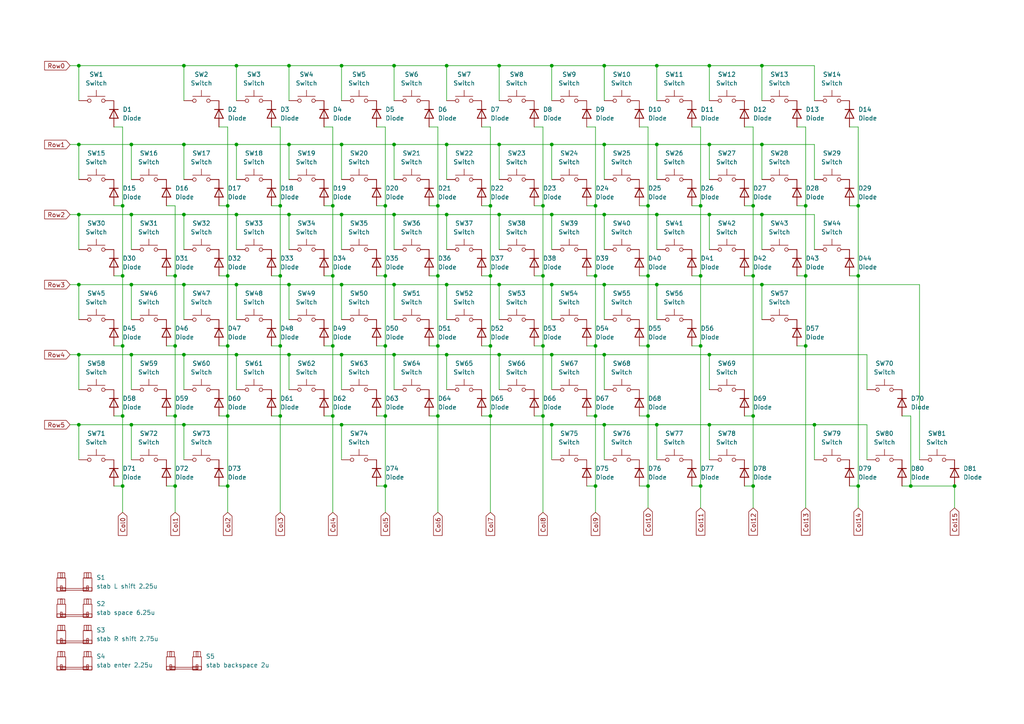
<source format=kicad_sch>
(kicad_sch (version 20231120) (generator "eeschema") (generator_version "8.0")
  (paper "A4")
  (junction (at 99.06 62.23))
  (junction (at 99.06 123.19))
  (junction (at 35.56 59.69))
  (junction (at 203.2 140.97))
  (junction (at 127 100.33))
  (junction (at 83.82 102.87))
  (junction (at 96.52 80.01))
  (junction (at 172.72 80.01))
  (junction (at 248.92 59.69))
  (junction (at 144.78 19.05))
  (junction (at -20.32 72.39))
  (junction (at 248.92 80.01))
  (junction (at 66.04 80.01))
  (junction (at 111.76 100.33))
  (junction (at -20.32 62.23))
  (junction (at 205.74 19.05))
  (junction (at 187.96 120.65))
  (junction (at 22.86 102.87))
  (junction (at 81.28 80.01))
  (junction (at 127 59.69))
  (junction (at 220.98 82.55))
  (junction (at -105.41 33.02))
  (junction (at 22.86 19.05))
  (junction (at 144.78 41.91))
  (junction (at -130.81 132.08))
  (junction (at 220.98 41.91))
  (junction (at 175.26 82.55))
  (junction (at 160.02 62.23))
  (junction (at 50.8 120.65))
  (junction (at 81.28 59.69))
  (junction (at 142.24 100.33))
  (junction (at 96.52 100.33))
  (junction (at 205.74 123.19))
  (junction (at 99.06 82.55))
  (junction (at 53.34 62.23))
  (junction (at 127 120.65))
  (junction (at 53.34 123.19))
  (junction (at -104.14 38.1))
  (junction (at 99.06 19.05))
  (junction (at 22.86 123.19))
  (junction (at 220.98 62.23))
  (junction (at 276.86 140.97))
  (junction (at 129.54 19.05))
  (junction (at 68.58 19.05))
  (junction (at 205.74 102.87))
  (junction (at 187.96 140.97))
  (junction (at 160.02 41.91))
  (junction (at 129.54 82.55))
  (junction (at 53.34 82.55))
  (junction (at 218.44 59.69))
  (junction (at 81.28 100.33))
  (junction (at 38.1 41.91))
  (junction (at 172.72 140.97))
  (junction (at 157.48 120.65))
  (junction (at 68.58 82.55))
  (junction (at 68.58 41.91))
  (junction (at 111.76 140.97))
  (junction (at 22.86 82.55))
  (junction (at 190.5 82.55))
  (junction (at 127 80.01))
  (junction (at 157.48 100.33))
  (junction (at 172.72 100.33))
  (junction (at 175.26 19.05))
  (junction (at 160.02 19.05))
  (junction (at 22.86 62.23))
  (junction (at 172.72 120.65))
  (junction (at 190.5 41.91))
  (junction (at 111.76 120.65))
  (junction (at 114.3 19.05))
  (junction (at 187.96 59.69))
  (junction (at 175.26 102.87))
  (junction (at 187.96 100.33))
  (junction (at 144.78 102.87))
  (junction (at 99.06 41.91))
  (junction (at 53.34 41.91))
  (junction (at 66.04 100.33))
  (junction (at 111.76 59.69))
  (junction (at 111.76 80.01))
  (junction (at 22.86 41.91))
  (junction (at 144.78 62.23))
  (junction (at 157.48 59.69))
  (junction (at 203.2 100.33))
  (junction (at 50.8 140.97))
  (junction (at -20.32 52.07))
  (junction (at 220.98 19.05))
  (junction (at -71.12 168.91))
  (junction (at 142.24 120.65))
  (junction (at 160.02 102.87))
  (junction (at 160.02 82.55))
  (junction (at 175.26 62.23))
  (junction (at 175.26 41.91))
  (junction (at 248.92 140.97))
  (junction (at 218.44 80.01))
  (junction (at 38.1 123.19))
  (junction (at 190.5 123.19))
  (junction (at 35.56 80.01))
  (junction (at 129.54 102.87))
  (junction (at -120.65 30.48))
  (junction (at 38.1 62.23))
  (junction (at 114.3 82.55))
  (junction (at -20.32 41.91))
  (junction (at 233.68 80.01))
  (junction (at 142.24 59.69))
  (junction (at 205.74 41.91))
  (junction (at -20.32 31.75))
  (junction (at -107.95 27.94))
  (junction (at 35.56 100.33))
  (junction (at 129.54 41.91))
  (junction (at 144.78 82.55))
  (junction (at 218.44 140.97))
  (junction (at 313.69 96.52))
  (junction (at 53.34 19.05))
  (junction (at 190.5 62.23))
  (junction (at 83.82 19.05))
  (junction (at 114.3 62.23))
  (junction (at 218.44 120.65))
  (junction (at 66.04 140.97))
  (junction (at 129.54 62.23))
  (junction (at 35.56 120.65))
  (junction (at 157.48 80.01))
  (junction (at 96.52 120.65))
  (junction (at -106.68 30.48))
  (junction (at 35.56 140.97))
  (junction (at 83.82 82.55))
  (junction (at 53.34 102.87))
  (junction (at 233.68 59.69))
  (junction (at 68.58 102.87))
  (junction (at 50.8 100.33))
  (junction (at 114.3 41.91))
  (junction (at 66.04 120.65))
  (junction (at 38.1 102.87))
  (junction (at 172.72 59.69))
  (junction (at 81.28 120.65))
  (junction (at 83.82 62.23))
  (junction (at -62.23 22.86))
  (junction (at 187.96 80.01))
  (junction (at 203.2 80.01))
  (junction (at 99.06 102.87))
  (junction (at 50.8 80.01))
  (junction (at 68.58 62.23))
  (junction (at 233.68 100.33))
  (junction (at -130.81 139.7))
  (junction (at 142.24 80.01))
  (junction (at 96.52 59.69))
  (junction (at 264.16 140.97))
  (junction (at 66.04 59.69))
  (junction (at 38.1 82.55))
  (junction (at 190.5 19.05))
  (junction (at 236.22 123.19))
  (junction (at 160.02 123.19))
  (junction (at 205.74 62.23))
  (junction (at 203.2 59.69))
  (junction (at 83.82 41.91))
  (junction (at 175.26 123.19))
  (junction (at 114.3 102.87))
  (wire (pts (xy 22.86 82.55) (xy 38.1 82.55)))
  (wire (pts (xy 38.1 82.55) (xy 53.34 82.55)))
  (wire (pts (xy 248.92 36.83) (xy 248.92 59.69)))
  (wire (pts (xy 38.1 123.19) (xy 53.34 123.19)))
  (wire (pts (xy -115.57 17.78) (xy -115.57 21.59)))
  (wire (pts (xy 203.2 80.01) (xy 203.2 100.33)))
  (wire (pts (xy 78.74 80.01) (xy 81.28 80.01)))
  (wire (pts (xy 48.26 59.69) (xy 50.8 59.69)))
  (wire (pts (xy -130.81 139.7) (xy -130.81 132.08)))
  (wire (pts (xy 35.56 36.83) (xy 35.56 59.69)))
  (wire (pts (xy 50.8 100.33) (xy 50.8 120.65)))
  (wire (pts (xy 144.78 19.05) (xy 144.78 29.21)))
  (wire (pts (xy 38.1 82.55) (xy 38.1 92.71)))
  (wire (pts (xy 170.18 120.65) (xy 172.72 120.65)))
  (wire (pts (xy 129.54 102.87) (xy 129.54 113.03)))
  (wire (pts (xy 144.78 102.87) (xy 160.02 102.87)))
  (wire (pts (xy 114.3 19.05) (xy 114.3 29.21)))
  (wire (pts (xy 276.86 140.97) (xy 276.86 147.32)))
  (wire (pts (xy -54.61 22.86) (xy -54.61 21.59)))
  (wire (pts (xy 124.46 36.83) (xy 127 36.83)))
  (wire (pts (xy -57.15 33.02) (xy -62.23 33.02)))
  (wire (pts (xy 327.66 36.2718) (xy 328.4611 36.2718)))
  (wire (pts (xy 160.02 41.91) (xy 175.26 41.91)))
  (wire (pts (xy 231.14 100.33) (xy 233.68 100.33)))
  (wire (pts (xy 53.34 102.87) (xy 68.58 102.87)))
  (wire (pts (xy -120.65 30.48) (xy -106.68 30.48)))
  (wire (pts (xy 264.16 140.97) (xy 276.86 140.97)))
  (wire (pts (xy -57.15 93.98) (xy -62.23 93.98)))
  (wire (pts (xy 190.5 82.55) (xy 220.98 82.55)))
  (wire (pts (xy 81.28 80.01) (xy 81.28 100.33)))
  (wire (pts (xy 220.98 19.05) (xy 220.98 29.21)))
  (wire (pts (xy 83.82 19.05) (xy 83.82 29.21)))
  (wire (pts (xy 205.74 123.19) (xy 236.22 123.19)))
  (wire (pts (xy 218.44 36.83) (xy 218.44 59.69)))
  (wire (pts (xy 129.54 82.55) (xy 129.54 92.71)))
  (wire (pts (xy 99.06 123.19) (xy 99.06 133.35)))
  (wire (pts (xy 139.7 59.69) (xy 142.24 59.69)))
  (wire (pts (xy 175.26 62.23) (xy 175.26 72.39)))
  (wire (pts (xy 246.38 140.97) (xy 248.92 140.97)))
  (wire (pts (xy 127 59.69) (xy 127 80.01)))
  (wire (pts (xy 175.26 102.87) (xy 175.26 113.03)))
  (wire (pts (xy -33.02 163.83) (xy -36.83 163.83)))
  (wire (pts (xy -116.84 154.94) (xy -116.84 153.67)))
  (wire (pts (xy 205.74 62.23) (xy 220.98 62.23)))
  (wire (pts (xy 190.5 123.19) (xy 190.5 133.35)))
  (wire (pts (xy 215.9 140.97) (xy 218.44 140.97)))
  (wire (pts (xy 205.74 102.87) (xy 251.46 102.87)))
  (wire (pts (xy 175.26 82.55) (xy 190.5 82.55)))
  (wire (pts (xy 109.22 80.01) (xy 111.76 80.01)))
  (wire (pts (xy 190.5 19.05) (xy 205.74 19.05)))
  (wire (pts (xy 96.52 120.65) (xy 96.52 148.59)))
  (wire (pts (xy 205.74 102.87) (xy 205.74 113.03)))
  (wire (pts (xy 203.2 59.69) (xy 203.2 80.01)))
  (wire (pts (xy -92.71 153.67) (xy -67.31 153.67)))
  (wire (pts (xy 20.32 82.55) (xy 22.86 82.55)))
  (wire (pts (xy 313.69 119.38) (xy 314.96 119.38)))
  (wire (pts (xy 139.7 120.65) (xy 142.24 120.65)))
  (wire (pts (xy 172.72 100.33) (xy 172.72 120.65)))
  (wire (pts (xy 35.56 120.65) (xy 35.56 140.97)))
  (wire (pts (xy -102.87 64.77) (xy -102.87 86.36)))
  (wire (pts (xy 20.32 62.23) (xy 22.86 62.23)))
  (wire (pts (xy 142.24 80.01) (xy 142.24 100.33)))
  (wire (pts (xy 114.3 19.05) (xy 129.54 19.05)))
  (wire (pts (xy -20.32 41.91) (xy -20.32 52.07)))
  (wire (pts (xy 248.92 59.69) (xy 248.92 80.01)))
  (wire (pts (xy 127 36.83) (xy 127 59.69)))
  (wire (pts (xy -54.61 73.66) (xy -54.61 72.39)))
  (wire (pts (xy 154.94 59.69) (xy 157.48 59.69)))
  (wire (pts (xy 220.98 62.23) (xy 220.98 72.39)))
  (wire (pts (xy 53.34 41.91) (xy 53.34 52.07)))
  (wire (pts (xy -97.79 27.94) (xy -107.95 27.94)))
  (wire (pts (xy 78.74 59.69) (xy 81.28 59.69)))
  (wire (pts (xy 233.68 80.01) (xy 233.68 100.33)))
  (wire (pts (xy 129.54 62.23) (xy 129.54 72.39)))
  (wire (pts (xy 63.5 80.01) (xy 66.04 80.01)))
  (wire (pts (xy -107.95 17.78) (xy -107.95 27.94)))
  (wire (pts (xy 187.96 59.69) (xy 187.96 80.01)))
  (wire (pts (xy -62.23 48.26) (xy -59.69 48.26)))
  (wire (pts (xy 203.2 36.83) (xy 203.2 59.69)))
  (wire (pts (xy 124.46 120.65) (xy 127 120.65)))
  (wire (pts (xy -59.69 64.77) (xy -102.87 64.77)))
  (wire (pts (xy -8.89 62.23) (xy -11.43 62.23)))
  (wire (pts (xy 127 100.33) (xy 127 120.65)))
  (wire (pts (xy 129.54 82.55) (xy 144.78 82.55)))
  (wire (pts (xy -57.15 27.94) (xy -62.23 27.94)))
  (wire (pts (xy 261.62 120.65) (xy 264.16 120.65)))
  (wire (pts (xy 53.34 41.91) (xy 68.58 41.91)))
  (wire (pts (xy 93.98 59.69) (xy 96.52 59.69)))
  (wire (pts (xy -20.32 52.07) (xy -20.32 62.23)))
  (wire (pts (xy 53.34 82.55) (xy 53.34 92.71)))
  (wire (pts (xy 63.5 140.97) (xy 66.04 140.97)))
  (wire (pts (xy 22.86 41.91) (xy 22.86 52.07)))
  (wire (pts (xy 144.78 82.55) (xy 144.78 92.71)))
  (wire (pts (xy 220.98 19.05) (xy 236.22 19.05)))
  (wire (pts (xy 20.32 19.05) (xy 22.86 19.05)))
  (wire (pts (xy -107.95 78.74) (xy -97.79 78.74)))
  (wire (pts (xy 83.82 102.87) (xy 83.82 113.03)))
  (wire (pts (xy 83.82 41.91) (xy 83.82 52.07)))
  (wire (pts (xy -120.65 16.51) (xy -120.65 30.48)))
  (wire (pts (xy 264.16 120.65) (xy 264.16 140.97)))
  (wire (pts (xy 81.28 36.83) (xy 81.28 59.69)))
  (wire (pts (xy -19.05 72.39) (xy -20.32 72.39)))
  (wire (pts (xy 218.44 120.65) (xy 218.44 140.97)))
  (wire (pts (xy 185.42 36.83) (xy 187.96 36.83)))
  (wire (pts (xy 96.52 100.33) (xy 96.52 120.65)))
  (wire (pts (xy 99.06 82.55) (xy 114.3 82.55)))
  (wire (pts (xy 172.72 80.01) (xy 172.72 100.33)))
  (wire (pts (xy 233.68 59.69) (xy 233.68 80.01)))
  (wire (pts (xy 50.8 120.65) (xy 50.8 140.97)))
  (wire (pts (xy 144.78 41.91) (xy 160.02 41.91)))
  (wire (pts (xy 236.22 62.23) (xy 236.22 72.39)))
  (wire (pts (xy 81.28 100.33) (xy 81.28 120.65)))
  (wire (pts (xy 114.3 62.23) (xy 129.54 62.23)))
  (wire (pts (xy 124.46 100.33) (xy 127 100.33)))
  (wire (pts (xy 33.02 36.83) (xy 35.56 36.83)))
  (wire (pts (xy 144.78 62.23) (xy 160.02 62.23)))
  (wire (pts (xy 109.22 140.97) (xy 111.76 140.97)))
  (wire (pts (xy 114.3 82.55) (xy 129.54 82.55)))
  (wire (pts (xy 236.22 123.19) (xy 236.22 133.35)))
  (wire (pts (xy -106.68 81.28) (xy -97.79 81.28)))
  (wire (pts (xy 68.58 19.05) (xy 68.58 29.21)))
  (wire (pts (xy 215.9 120.65) (xy 218.44 120.65)))
  (wire (pts (xy 175.26 123.19) (xy 190.5 123.19)))
  (wire (pts (xy 311.15 104.14) (xy 314.96 104.14)))
  (wire (pts (xy 83.82 62.23) (xy 99.06 62.23)))
  (wire (pts (xy 68.58 102.87) (xy 68.58 113.03)))
  (wire (pts (xy 144.78 62.23) (xy 144.78 72.39)))
  (wire (pts (xy -105.41 33.02) (xy -97.79 33.02)))
  (wire (pts (xy 63.5 59.69) (xy 66.04 59.69)))
  (wire (pts (xy 144.78 41.91) (xy 144.78 52.07)))
  (wire (pts (xy 96.52 59.69) (xy 96.52 80.01)))
  (wire (pts (xy -139.7 38.1) (xy -104.14 38.1)))
  (wire (pts (xy 172.72 36.83) (xy 172.72 59.69)))
  (wire (pts (xy 236.22 41.91) (xy 236.22 52.07)))
  (wire (pts (xy 109.22 36.83) (xy 111.76 36.83)))
  (wire (pts (xy 68.58 102.87) (xy 83.82 102.87)))
  (wire (pts (xy 109.22 120.65) (xy 111.76 120.65)))
  (wire (pts (xy 332.5237 36.2775) (xy 332.5987 36.2775)))
  (wire (pts (xy -123.19 27.94) (xy -107.95 27.94)))
  (wire (pts (xy 175.26 102.87) (xy 205.74 102.87)))
  (wire (pts (xy 157.48 120.65) (xy 157.48 148.59)))
  (wire (pts (xy 53.34 19.05) (xy 53.34 29.21)))
  (wire (pts (xy 175.26 41.91) (xy 190.5 41.91)))
  (wire (pts (xy 22.86 62.23) (xy 22.86 72.39)))
  (wire (pts (xy 83.82 82.55) (xy 83.82 92.71)))
  (wire (pts (xy -92.71 148.59) (xy -83.82 148.59)))
  (wire (pts (xy 33.02 140.97) (xy 35.56 140.97)))
  (wire (pts (xy 111.76 36.83) (xy 111.76 59.69)))
  (wire (pts (xy 266.7 82.55) (xy 220.98 82.55)))
  (wire (pts (xy 99.06 62.23) (xy 114.3 62.23)))
  (wire (pts (xy 83.82 62.23) (xy 83.82 72.39)))
  (wire (pts (xy 83.82 41.91) (xy 99.06 41.91)))
  (wire (pts (xy 175.26 123.19) (xy 175.26 133.35)))
  (wire (pts (xy 233.68 36.83) (xy 233.68 59.69)))
  (wire (pts (xy 93.98 100.33) (xy 96.52 100.33)))
  (wire (pts (xy 38.1 62.23) (xy 38.1 72.39)))
  (wire (pts (xy 66.04 80.01) (xy 66.04 100.33)))
  (wire (pts (xy 154.94 80.01) (xy 157.48 80.01)))
  (wire (pts (xy 185.42 140.97) (xy 187.96 140.97)))
  (wire (pts (xy 68.58 41.91) (xy 68.58 52.07)))
  (wire (pts (xy 313.69 99.06) (xy 313.69 96.52)))
  (wire (pts (xy 185.42 100.33) (xy 187.96 100.33)))
  (wire (pts (xy 251.46 123.19) (xy 251.46 133.35)))
  (wire (pts (xy 236.22 19.05) (xy 236.22 29.21)))
  (wire (pts (xy -130.81 142.24) (xy -130.81 139.7)))
  (wire (pts (xy 323.85 36.2387) (xy 323.85 31.75)))
  (wire (pts (xy 68.58 62.23) (xy 68.58 72.39)))
  (wire (pts (xy -69.85 166.37) (xy -67.31 166.37)))
  (wire (pts (xy 311.15 93.98) (xy 314.96 93.98)))
  (wire (pts (xy -116.84 153.67) (xy -125.73 153.67)))
  (wire (pts (xy 345.44 93.98) (xy 349.25 93.98)))
  (wire (pts (xy 139.7 100.33) (xy 142.24 100.33)))
  (wire (pts (xy 339.09 40.64) (xy 339.09 44.45)))
  (wire (pts (xy 66.04 36.83) (xy 66.04 59.69)))
  (wire (pts (xy -57.15 91.44) (xy -62.23 91.44)))
  (wire (pts (xy 236.22 123.19) (xy 251.46 123.19)))
  (wire (pts (xy -57.15 96.52) (xy -62.23 96.52)))
  (wire (pts (xy 172.72 140.97) (xy 172.72 148.59)))
  (wire (pts (xy 190.5 62.23) (xy 205.74 62.23)))
  (wire (pts (xy -72.39 173.99) (xy -67.31 173.99)))
  (wire (pts (xy 142.24 36.83) (xy 142.24 59.69)))
  (wire (pts (xy -62.23 106.68) (xy -54.61 106.68)))
  (wire (pts (xy 248.92 80.01) (xy 248.92 140.97)))
  (wire (pts (xy 35.56 100.33) (xy 35.56 120.65)))
  (wire (pts (xy -19.05 20.32) (xy -20.32 20.32)))
  (wire (pts (xy 160.02 102.87) (xy 175.26 102.87)))
  (wire (pts (xy -92.71 156.21) (xy -92.71 165.1)))
  (wire (pts (xy -106.68 30.48) (xy -106.68 81.28)))
  (wire (pts (xy 334.7998 28.7496) (xy 334.7998 36.2996)))
  (wire (pts (xy 175.26 19.05) (xy 175.26 29.21)))
  (wire (pts (xy -139.7 33.02) (xy -105.41 33.02)))
  (wire (pts (xy 160.02 102.87) (xy 160.02 113.03)))
  (wire (pts (xy -127 132.08) (xy -130.81 132.08)))
  (wire (pts (xy -104.14 38.1) (xy -104.14 88.9)))
  (wire (pts (xy -33.02 166.37) (xy -36.83 166.37)))
  (wire (pts (xy 205.74 123.19) (xy 205.74 133.35)))
  (wire (pts (xy 129.54 41.91) (xy 144.78 41.91)))
  (wire (pts (xy 114.3 41.91) (xy 114.3 52.07)))
  (wire (pts (xy 35.56 80.01) (xy 35.56 100.33)))
  (wire (pts (xy 66.04 140.97) (xy 66.04 148.59)))
  (wire (pts (xy 160.02 62.23) (xy 175.26 62.23)))
  (wire (pts (xy 326.4388 34.29) (xy 317.5 34.29)))
  (wire (pts (xy 220.98 62.23) (xy 236.22 62.23)))
  (wire (pts (xy 314.96 68.58) (xy 309.88 68.58)))
  (wire (pts (xy -139.7 35.56) (xy -97.79 35.56)))
  (wire (pts (xy -20.32 31.75) (xy -20.32 41.91)))
  (wire (pts (xy 63.5 36.83) (xy 66.04 36.83)))
  (wire (pts (xy 157.48 100.33) (xy 157.48 120.65)))
  (wire (pts (xy 111.76 100.33) (xy 111.76 120.65)))
  (wire (pts (xy -72.39 168.91) (xy -71.12 168.91)))
  (wire (pts (xy 170.18 140.97) (xy 172.72 140.97)))
  (wire (pts (xy -33.02 168.91) (xy -36.83 168.91)))
  (wire (pts (xy 187.96 100.33) (xy 187.96 120.65)))
  (wire (pts (xy 68.58 82.55) (xy 68.58 92.71)))
  (wire (pts (xy 22.86 62.23) (xy 38.1 62.23)))
  (wire (pts (xy -62.23 73.66) (xy -54.61 73.66)))
  (wire (pts (xy 332.5237 29.9184) (xy 332.5237 36.2775)))
  (wire (pts (xy 142.24 100.33) (xy 142.24 120.65)))
  (wire (pts (xy 129.54 102.87) (xy 144.78 102.87)))
  (wire (pts (xy 157.48 80.01) (xy 157.48 100.33)))
  (wire (pts (xy -57.15 38.1) (xy -62.23 38.1)))
  (wire (pts (xy 111.76 80.01) (xy 111.76 100.33)))
  (wire (pts (xy -54.61 106.68) (xy -54.61 109.22)))
  (wire (pts (xy 160.02 19.05) (xy 160.02 29.21)))
  (wire (pts (xy 157.48 36.83) (xy 157.48 59.69)))
  (wire (pts (xy 200.66 140.97) (xy 203.2 140.97)))
  (wire (pts (xy 53.34 62.23) (xy 68.58 62.23)))
  (wire (pts (xy 22.86 82.55) (xy 22.86 92.71)))
  (wire (pts (xy 246.38 80.01) (xy 248.92 80.01)))
  (wire (pts (xy 22.86 123.19) (xy 38.1 123.19)))
  (wire (pts (xy -33.02 158.75) (xy -36.83 158.75)))
  (wire (pts (xy 190.5 41.91) (xy 190.5 52.07)))
  (wire (pts (xy 129.54 19.05) (xy 144.78 19.05)))
  (wire (pts (xy 205.74 19.05) (xy 220.98 19.05)))
  (wire (pts (xy 50.8 140.97) (xy 50.8 148.59)))
  (wire (pts (xy 160.02 62.23) (xy 160.02 72.39)))
  (wire (pts (xy 114.3 102.87) (xy 114.3 113.03)))
  (wire (pts (xy 311.15 96.52) (xy 313.69 96.52)))
  (wire (pts (xy 205.74 41.91) (xy 220.98 41.91)))
  (wire (pts (xy 96.52 36.83) (xy 96.52 59.69)))
  (wire (pts (xy 38.1 102.87) (xy 38.1 113.03)))
  (wire (pts (xy -62.23 22.86) (xy -62.23 16.51)))
  (wire (pts (xy -92.71 151.13) (xy -67.31 151.13)))
  (wire (pts (xy -62.23 16.51) (xy -120.65 16.51)))
  (wire (pts (xy 170.18 59.69) (xy 172.72 59.69)))
  (wire (pts (xy 50.8 80.01) (xy 50.8 100.33)))
  (wire (pts (xy -19.05 52.07) (xy -20.32 52.07)))
  (wire (pts (xy 63.5 120.65) (xy 66.04 120.65)))
  (wire (pts (xy -97.79 30.48) (xy -106.68 30.48)))
  (wire (pts (xy -19.05 62.23) (xy -20.32 62.23)))
  (wire (pts (xy 231.14 80.01) (xy 233.68 80.01)))
  (wire (pts (xy 38.1 62.23) (xy 53.34 62.23)))
  (wire (pts (xy 327.66 33.02) (xy 327.66 36.2718)))
  (wire (pts (xy 66.04 120.65) (xy 66.04 140.97)))
  (wire (pts (xy -62.23 22.86) (xy -54.61 22.86)))
  (wire (pts (xy 22.86 102.87) (xy 38.1 102.87)))
  (wire (pts (xy 175.26 41.91) (xy 175.26 52.07)))
  (wire (pts (xy 99.06 102.87) (xy 114.3 102.87)))
  (wire (pts (xy -107.95 27.94) (xy -107.95 78.74)))
  (wire (pts (xy 203.2 100.33) (xy 203.2 140.97)))
  (wire (pts (xy 231.14 59.69) (xy 233.68 59.69)))
  (wire (pts (xy -57.15 83.82) (xy -62.23 83.82)))
  (wire (pts (xy 93.98 36.83) (xy 96.52 36.83)))
  (wire (pts (xy -104.14 88.9) (xy -97.79 88.9)))
  (wire (pts (xy 53.34 62.23) (xy 53.34 72.39)))
  (wire (pts (xy 160.02 123.19) (xy 175.26 123.19)))
  (wire (pts (xy 33.02 59.69) (xy 35.56 59.69)))
  (wire (pts (xy 20.32 41.91) (xy 22.86 41.91)))
  (wire (pts (xy 218.44 140.97) (xy 218.44 147.32)))
  (wire (pts (xy 48.26 100.33) (xy 50.8 100.33)))
  (wire (pts (xy 50.8 59.69) (xy 50.8 80.01)))
  (wire (pts (xy 330.2 36.2718) (xy 330.649 36.2718)))
  (wire (pts (xy 33.02 80.01) (xy 35.56 80.01)))
  (wire (pts (xy 38.1 102.87) (xy 53.34 102.87)))
  (wire (pts (xy 160.02 82.55) (xy 160.02 92.71)))
  (wire (pts (xy 93.98 80.01) (xy 96.52 80.01)))
  (wire (pts (xy 185.42 59.69) (xy 187.96 59.69)))
  (wire (pts (xy 154.94 120.65) (xy 157.48 120.65)))
  (wire (pts (xy -19.05 31.75) (xy -20.32 31.75)))
  (wire (pts (xy -107.95 17.78) (xy -115.57 17.78)))
  (wire (pts (xy -71.12 166.37) (xy -71.12 168.91)))
  (wire (pts (xy 109.22 100.33) (xy 111.76 100.33)))
  (wire (pts (xy -92.71 168.91) (xy -92.71 166.37)))
  (wire (pts (xy 334.7998 36.2996) (xy 334.5436 36.2996)))
  (wire (pts (xy -8.89 52.07) (xy -11.43 52.07)))
  (wire (pts (xy -125.73 162.56) (xy -127 162.56)))
  (wire (pts (xy -105.41 83.82) (xy -97.79 83.82)))
  (wire (pts (xy 129.54 62.23) (xy 144.78 62.23)))
  (wire (pts (xy 124.46 80.01) (xy 127 80.01)))
  (wire (pts (xy 33.02 120.65) (xy 35.56 120.65)))
  (wire (pts (xy 78.74 36.83) (xy 81.28 36.83)))
  (wire (pts (xy -19.05 41.91) (xy -20.32 41.91)))
  (wire (pts (xy 111.76 140.97) (xy 111.76 148.59)))
  (wire (pts (xy 218.44 80.01) (xy 218.44 120.65)))
  (wire (pts (xy 251.46 102.87) (xy 251.46 113.03)))
  (wire (pts (xy -20.32 72.39) (xy -20.32 78.74)))
  (wire (pts (xy 68.58 62.23) (xy 83.82 62.23)))
  (wire (pts (xy 248.92 140.97) (xy 248.92 147.32)))
  (wire (pts (xy 129.54 19.05) (xy 129.54 29.21)))
  (wire (pts (xy 99.06 19.05) (xy 99.06 29.21)))
  (wire (pts (xy -57.15 78.74) (xy -62.23 78.74)))
  (wire (pts (xy 160.02 19.05) (xy 175.26 19.05)))
  (wire (pts (xy 144.78 102.87) (xy 144.78 113.03)))
  (wire (pts (xy 190.5 41.91) (xy 205.74 41.91)))
  (wire (pts (xy 83.82 82.55) (xy 99.06 82.55)))
  (wire (pts (xy 215.9 80.01) (xy 218.44 80.01)))
  (wire (pts (xy 185.42 80.01) (xy 187.96 80.01)))
  (wire (pts (xy -71.12 168.91) (xy -67.31 168.91)))
  (wire (pts (xy 81.28 59.69) (xy 81.28 80.01)))
  (wire (pts (xy -57.15 40.64) (xy -62.23 40.64)))
  (wire (pts (xy 68.58 41.91) (xy 83.82 41.91)))
  (wire (pts (xy -83.82 148.59) (xy -83.82 156.21)))
  (wire (pts (xy 190.5 19.05) (xy 190.5 29.21)))
  (wire (pts (xy 48.26 80.01) (xy 50.8 80.01)))
  (wire (pts (xy 33.02 100.33) (xy 35.56 100.33)))
  (wire (pts (xy -57.15 45.72) (xy -62.23 45.72)))
  (wire (pts (xy 81.28 120.65) (xy 81.28 148.59)))
  (wire (pts (xy 35.56 140.97) (xy 35.56 148.59)))
  (wire (pts (xy 53.34 19.05) (xy 68.58 19.05)))
  (wire (pts (xy 246.38 59.69) (xy 248.92 59.69)))
  (wire (pts (xy 220.98 41.91) (xy 220.98 52.07)))
  (wire (pts (xy -57.15 81.28) (xy -62.23 81.28)))
  (wire (pts (xy 187.96 120.65) (xy 187.96 140.97)))
  (wire (pts (xy 53.34 82.55) (xy 68.58 82.55)))
  (wire (pts (xy 220.98 41.91) (xy 236.22 41.91)))
  (wire (pts (xy 99.06 62.23) (xy 99.06 72.39)))
  (wire (pts (xy -54.61 57.15) (xy -54.61 55.88)))
  (wire (pts (xy 175.26 62.23) (xy 190.5 62.23)))
  (wire (pts (xy 157.48 59.69) (xy 157.48 80.01)))
  (wire (pts (xy 83.82 19.05) (xy 99.06 19.05)))
  (wire (pts (xy 170.18 80.01) (xy 172.72 80.01)))
  (wire (pts (xy 215.9 59.69) (xy 218.44 59.69)))
  (wire (pts (xy 200.66 100.33) (xy 203.2 100.33)))
  (wire (pts (xy 142.24 120.65) (xy 142.24 148.59)))
  (wire (pts (xy -102.87 86.36) (xy -97.79 86.36)))
  (wire (pts (xy 20.32 102.87) (xy 22.86 102.87)))
  (wire (pts (xy 48.26 120.65) (xy 50.8 120.65)))
  (wire (pts (xy -104.14 38.1) (xy -97.79 38.1)))
  (wire (pts (xy 349.25 78.74) (xy 345.44 78.74)))
  (wire (pts (xy 22.86 123.19) (xy 22.86 133.35)))
  (wire (pts (xy -36.83 151.13) (xy -33.02 151.13)))
  (wire (pts (xy 22.86 19.05) (xy 53.34 19.05)))
  (wire (pts (xy 124.46 59.69) (xy 127 59.69)))
  (wire (pts (xy 190.5 62.23) (xy 190.5 72.39)))
  (wire (pts (xy 68.58 82.55) (xy 83.82 82.55)))
  (wire (pts (xy 175.26 19.05) (xy 190.5 19.05)))
  (wire (pts (xy 218.44 59.69) (xy 218.44 80.01)))
  (wire (pts (xy 233.68 100.33) (xy 233.68 147.32)))
  (wire (pts (xy 139.7 36.83) (xy 142.24 36.83)))
  (wire (pts (xy 185.42 120.65) (xy 187.96 120.65)))
  (wire (pts (xy 96.52 80.01) (xy 96.52 100.33)))
  (wire (pts (xy 172.72 120.65) (xy 172.72 140.97)))
  (wire (pts (xy 326.4388 36.2387) (xy 326.4388 34.29)))
  (wire (pts (xy 261.62 140.97) (xy 264.16 140.97)))
  (wire (pts (xy -123.19 30.48) (xy -120.65 30.48)))
  (wire (pts (xy 93.98 120.65) (xy 96.52 120.65)))
  (wire (pts (xy 172.72 59.69) (xy 172.72 80.01)))
  (wire (pts (xy 99.06 123.19) (xy 160.02 123.19)))
  (wire (pts (xy -8.89 72.39) (xy -11.43 72.39)))
  (wire (pts (xy 187.96 36.83) (xy 187.96 59.69)))
  (wire (pts (xy 22.86 41.91) (xy 38.1 41.91)))
  (wire (pts (xy 78.74 100.33) (xy 81.28 100.33)))
  (wire (pts (xy -69.85 165.1) (xy -69.85 166.37)))
  (wire (pts (xy 160.02 82.55) (xy 175.26 82.55)))
  (wire (pts (xy -8.89 41.91) (xy -11.43 41.91)))
  (wire (pts (xy 99.06 19.05) (xy 114.3 19.05)))
  (wire (pts (xy -72.39 161.29) (xy -67.31 161.29)))
  (wire (pts (xy 160.02 41.91) (xy 160.02 52.07)))
  (wire (pts (xy -8.89 20.32) (xy -11.43 20.32)))
  (wire (pts (xy -92.71 166.37) (xy -71.12 166.37)))
  (wire (pts (xy 311.15 116.84) (xy 313.69 116.84)))
  (wire (pts (xy 142.24 59.69) (xy 142.24 80.01)))
  (wire (pts (xy 66.04 59.69) (xy 66.04 80.01)))
  (wire (pts (xy 200.66 59.69) (xy 203.2 59.69)))
  (wire (pts (xy 99.06 41.91) (xy 114.3 41.91)))
  (wire (pts (xy 35.56 59.69) (xy 35.56 80.01)))
  (wire (pts (xy 66.04 100.33) (xy 66.04 120.65)))
  (wire (pts (xy 187.96 140.97) (xy 187.96 147.32)))
  (wire (pts (xy -127 162.56) (xy -127 151.13)))
  (wire (pts (xy -20.32 62.23) (xy -20.32 72.39)))
  (wire (pts (xy 127 120.65) (xy 127 148.59)))
  (wire (pts (xy 139.7 80.01) (xy 142.24 80.01)))
  (wire (pts (xy 20.32 123.19) (xy 22.86 123.19)))
  (wire (pts (xy -57.15 86.36) (xy -62.23 86.36)))
  (wire (pts (xy -33.02 153.67) (xy -36.83 153.67)))
  (wire (pts (xy 48.26 140.97) (xy 50.8 140.97)))
  (wire (pts (xy -83.82 156.21) (xy -67.31 156.21)))
  (wire (pts (xy -59.69 48.26) (xy -59.69 64.77)))
  (wire (pts (xy -125.73 153.67) (xy -125.73 151.13)))
  (wire (pts (xy 114.3 41.91) (xy 129.54 41.91)))
  (wire (pts (xy 200.66 36.83) (xy 203.2 36.83)))
  (wire (pts (xy 109.22 59.69) (xy 111.76 59.69)))
  (wire (pts (xy 129.54 41.91) (xy 129.54 52.07)))
  (wire (pts (xy 313.69 116.84) (xy 313.69 119.38)))
  (wire (pts (xy 200.66 80.01) (xy 203.2 80.01)))
  (wire (pts (xy 127 80.01) (xy 127 100.33)))
  (wire (pts (xy -57.15 88.9) (xy -62.23 88.9)))
  (wire (pts (xy 53.34 123.19) (xy 53.34 133.35)))
  (wire (pts (xy 175.26 82.55) (xy 175.26 92.71)))
  (wire (pts (xy 266.7 133.35) (xy 266.7 82.55)))
  (wire (pts (xy 144.78 82.55) (xy 160.02 82.55)))
  (wire (pts (xy 311.15 99.06) (xy 313.69 99.06)))
  (wire (pts (xy 111.76 59.69) (xy 111.76 80.01)))
  (wire (pts (xy -57.15 43.18) (xy -62.23 43.18)))
  (wire (pts (xy 203.2 140.97) (xy 203.2 147.32)))
  (wire (pts (xy 170.18 100.33) (xy 172.72 100.33)))
  (wire (pts (xy 68.58 19.05) (xy 83.82 19.05)))
  (wire (pts (xy 205.74 19.05) (xy 205.74 29.21)))
  (wire (pts (xy 154.94 100.33) (xy 157.48 100.33)))
  (wire (pts (xy -36.83 128.27) (xy -31.75 128.27)))
  (wire (pts (xy -105.41 33.02) (xy -105.41 83.82)))
  (wire (pts (xy 170.18 36.83) (xy 172.72 36.83)))
  (wire (pts (xy 231.14 36.83) (xy 233.68 36.83)))
  (wire (pts (xy 111.76 120.65) (xy 111.76 140.97)))
  (wire (pts (xy 78.74 120.65) (xy 81.28 120.65)))
  (wire (pts (xy 22.86 19.05) (xy 22.86 29.21)))
  (wire (pts (xy 154.94 36.83) (xy 157.48 36.83)))
  (wire (pts (xy -33.02 171.45) (xy -36.83 171.45)))
  (wire (pts (xy 205.74 41.91) (xy 205.74 52.07)))
  (wire (pts (xy 246.38 36.83) (xy 248.92 36.83)))
  (wire (pts (xy 53.34 123.19) (xy 99.06 123.19)))
  (wire (pts (xy 215.9 36.83) (xy 218.44 36.83)))
  (wire (pts (xy -92.71 165.1) (xy -69.85 165.1)))
  (wire (pts (xy 349.25 73.66) (xy 345.44 73.66)))
  (wire (pts (xy 330.2 33.02) (xy 330.2 36.2718)))
  (wire (pts (xy 187.96 80.01) (xy 187.96 100.33)))
  (wire (pts (xy 83.82 102.87) (xy 99.06 102.87)))
  (wire (pts (xy 205.74 62.23) (xy 205.74 72.39)))
  (wire (pts (xy 313.69 96.52) (xy 314.96 96.52)))
  (wire (pts (xy 324.3834 36.2387) (xy 323.85 36.2387)))
  (wire (pts (xy 114.3 102.87) (xy 129.54 102.87)))
  (wire (pts (xy 309.88 68.58) (xy 309.88 69.85)))
  (wire (pts (xy 114.3 82.55) (xy 114.3 92.71)))
  (wire (pts (xy -8.89 31.75) (xy -11.43 31.75)))
  (wire (pts (xy -57.15 35.56) (xy -62.23 35.56)))
  (wire (pts (xy 144.78 19.05) (xy 160.02 19.05)))
  (wire (pts (xy 22.86 102.87) (xy 22.86 113.03)))
  (wire (pts (xy -20.32 20.32) (xy -20.32 31.75)))
  (wire (pts (xy 38.1 41.91) (xy 53.34 41.91)))
  (wire (pts (xy -33.02 156.21) (xy -36.83 156.21)))
  (wire (pts (xy 99.06 41.91) (xy 99.06 52.07)))
  (wire (pts (xy 160.02 123.19) (xy 160.02 133.35)))
  (wire (pts (xy 63.5 100.33) (xy 66.04 100.33)))
  (wire (pts (xy 114.3 62.23) (xy 114.3 72.39)))
  (wire (pts (xy 38.1 41.91) (xy 38.1 52.07)))
  (wire (pts (xy -57.15 30.48) (xy -62.23 30.48)))
  (wire (pts (xy 220.98 82.55) (xy 220.98 92.71)))
  (wire (pts (xy 339.09 44.45) (xy 337.82 44.45)))
  (wire (pts (xy 38.1 123.19) (xy 38.1 133.35)))
  (wire (pts (xy 190.5 123.19) (xy 205.74 123.19)))
  (wire (pts (xy 99.06 82.55) (xy 99.06 92.71)))
  (wire (pts (xy -54.61 55.88) (xy -62.23 55.88)))
  (wire (pts (xy 53.34 102.87) (xy 53.34 113.03)))
  (wire (pts (xy 190.5 82.55) (xy 190.5 92.71)))
  (wire (pts (xy -72.39 158.75) (xy -67.31 158.75)))
  (wire (pts (xy 99.06 102.87) (xy 99.06 113.03)))
  (global_label "Row0" (shape input) (at -33.02 171.45 0) (property "Intersheetrefs" "${INTERSHEET_REFS}" (effects (hide yes))))
  (global_label "DP_CS" (shape input) (at -92.71 156.21 180) (property "Intersheetrefs" "${INTERSHEET_REFS}" (effects (hide yes))))
  (global_label "Col1" (shape input) (at -57.15 30.48 0) (property "Intersheetrefs" "${INTERSHEET_REFS}" (effects (hide yes))))
  (global_label "Col5" (shape input) (at -57.15 40.64 0) (property "Intersheetrefs" "${INTERSHEET_REFS}" (effects (hide yes))))
  (global_label "Col7" (shape input) (at 142.24 148.59 270) (property "Intersheetrefs" "${INTERSHEET_REFS}" (effects (hide yes))))
  (global_label "esp32-SCL" (shape input) (at 311.15 99.06 180) (property "Intersheetrefs" "${INTERSHEET_REFS}" (effects (hide yes))))
  (global_label "Col10" (shape input) (at -57.15 83.82 0) (property "Intersheetrefs" "${INTERSHEET_REFS}" (effects (hide yes))))
  (global_label "Row4" (shape input) (at -8.89 62.23 0) (property "Intersheetrefs" "${INTERSHEET_REFS}" (effects (hide yes))))
  (global_label "Col3" (shape input) (at -57.15 35.56 0) (property "Intersheetrefs" "${INTERSHEET_REFS}" (effects (hide yes))))
  (global_label "POT slider Pin" (shape input) (at -125.73 162.56 0) (property "Intersheetrefs" "${INTERSHEET_REFS}" (effects (hide yes))))
  (global_label "DSP RST" (shape input) (at 339.09 40.64 90) (property "Intersheetrefs" "${INTERSHEET_REFS}" (effects (hide yes))))
  (global_label "Col7" (shape input) (at -57.15 45.72 0) (property "Intersheetrefs" "${INTERSHEET_REFS}" (effects (hide yes))))
  (global_label "Row5" (shape input) (at -8.89 72.39 0) (property "Intersheetrefs" "${INTERSHEET_REFS}" (effects (hide yes))))
  (global_label "Col6" (shape input) (at -57.15 43.18 0) (property "Intersheetrefs" "${INTERSHEET_REFS}" (effects (hide yes))))
  (global_label "POT slider Pin" (shape input) (at -72.39 158.75 180) (property "Intersheetrefs" "${INTERSHEET_REFS}" (effects (hide yes))))
  (global_label "Col2" (shape input) (at -57.15 33.02 0) (property "Intersheetrefs" "${INTERSHEET_REFS}" (effects (hide yes))))
  (global_label "Row1" (shape input) (at 20.32 41.91 180) (property "Intersheetrefs" "${INTERSHEET_REFS}" (effects (hide yes))))
  (global_label "esp32-SDA" (shape input) (at 349.25 73.66 0) (property "Intersheetrefs" "${INTERSHEET_REFS}" (effects (hide yes))))
  (global_label "DSP CS" (shape input) (at 334.7998 28.7496 90) (property "Intersheetrefs" "${INTERSHEET_REFS}" (effects (hide yes))))
  (global_label "SER {slash} DATA" (shape input) (at -139.7 35.56 180) (property "Intersheetrefs" "${INTERSHEET_REFS}" (effects (hide yes))))
  (global_label "Row2" (shape input) (at -33.02 163.83 0) (property "Intersheetrefs" "${INTERSHEET_REFS}" (effects (hide yes))))
  (global_label "SER {slash} DATA" (shape input) (at -33.02 153.67 0) (property "Intersheetrefs" "${INTERSHEET_REFS}" (effects (hide yes))))
  (global_label "Col4" (shape input) (at 96.52 148.59 270) (property "Intersheetrefs" "${INTERSHEET_REFS}" (effects (hide yes))))
  (global_label "DSP DC" (shape input) (at 332.5237 29.9184 90) (property "Intersheetrefs" "${INTERSHEET_REFS}" (effects (hide yes))))
  (global_label "esp32-SDA" (shape input) (at -72.39 173.99 180) (property "Intersheetrefs" "${INTERSHEET_REFS}" (effects (hide yes))))
  (global_label "Col0" (shape input) (at -57.15 27.94 0) (property "Intersheetrefs" "${INTERSHEET_REFS}" (effects (hide yes))))
  (global_label "DSP RST" (shape input) (at 349.25 93.98 0) (property "Intersheetrefs" "${INTERSHEET_REFS}" (effects (hide yes))))
  (global_label "SRCLK {slash} CLOCK" (shape input) (at -72.39 168.91 180) (property "Intersheetrefs" "${INTERSHEET_REFS}" (effects (hide yes))))
  (global_label "Row3" (shape input) (at 20.32 82.55 180) (property "Intersheetrefs" "${INTERSHEET_REFS}" (effects (hide yes))))
  (global_label "Col8" (shape input) (at 157.48 148.59 270) (property "Intersheetrefs" "${INTERSHEET_REFS}" (effects (hide yes))))
  (global_label "Col1" (shape input) (at 50.8 148.59 270) (property "Intersheetrefs" "${INTERSHEET_REFS}" (effects (hide yes))))
  (global_label "Col12" (shape input) (at -57.15 88.9 0) (property "Intersheetrefs" "${INTERSHEET_REFS}" (effects (hide yes))))
  (global_label "DSP DC" (shape input) (at 311.15 104.14 180) (property "Intersheetrefs" "${INTERSHEET_REFS}" (effects (hide yes))))
  (global_label "RCLK {slash} LATCH" (shape input) (at -139.7 33.02 180) (property "Intersheetrefs" "${INTERSHEET_REFS}" (effects (hide yes))))
  (global_label "Col14" (shape input) (at 248.92 147.32 270) (property "Intersheetrefs" "${INTERSHEET_REFS}" (effects (hide yes))))
  (global_label "Col0" (shape input) (at 35.56 148.59 270) (property "Intersheetrefs" "${INTERSHEET_REFS}" (effects (hide yes))))
  (global_label "Row3" (shape input) (at -33.02 166.37 0) (property "Intersheetrefs" "${INTERSHEET_REFS}" (effects (hide yes))))
  (global_label "Row4" (shape input) (at 20.32 102.87 180) (property "Intersheetrefs" "${INTERSHEET_REFS}" (effects (hide yes))))
  (global_label "Row1" (shape input) (at -33.02 168.91 0) (property "Intersheetrefs" "${INTERSHEET_REFS}" (effects (hide yes))))
  (global_label "Col2" (shape input) (at 66.04 148.59 270) (property "Intersheetrefs" "${INTERSHEET_REFS}" (effects (hide yes))))
  (global_label "Col6" (shape input) (at 127 148.59 270) (property "Intersheetrefs" "${INTERSHEET_REFS}" (effects (hide yes))))
  (global_label "Col9" (shape input) (at -57.15 81.28 0) (property "Intersheetrefs" "${INTERSHEET_REFS}" (effects (hide yes))))
  (global_label "Row3" (shape input) (at -8.89 52.07 0) (property "Intersheetrefs" "${INTERSHEET_REFS}" (effects (hide yes))))
  (global_label "esp32-SCL" (shape input) (at -33.02 151.13 0) (property "Intersheetrefs" "${INTERSHEET_REFS}" (effects (hide yes))))
  (global_label "Col8" (shape input) (at -57.15 78.74 0) (property "Intersheetrefs" "${INTERSHEET_REFS}" (effects (hide yes))))
  (global_label "DSP SCL" (shape input) (at 327.66 33.02 90) (property "Intersheetrefs" "${INTERSHEET_REFS}" (effects (hide yes))))
  (global_label "Row0" (shape input) (at 20.32 19.05 180) (property "Intersheetrefs" "${INTERSHEET_REFS}" (effects (hide yes))))
  (global_label "Col10" (shape input) (at 187.96 147.32 270) (property "Intersheetrefs" "${INTERSHEET_REFS}" (effects (hide yes))))
  (global_label "DP_SDA" (shape input) (at -92.71 153.67 180) (property "Intersheetrefs" "${INTERSHEET_REFS}" (effects (hide yes))))
  (global_label "Row5" (shape input) (at -33.02 158.75 0) (property "Intersheetrefs" "${INTERSHEET_REFS}" (effects (hide yes))))
  (global_label "Row2" (shape input) (at -8.89 41.91 0) (property "Intersheetrefs" "${INTERSHEET_REFS}" (effects (hide yes))))
  (global_label "Row0" (shape input) (at -8.89 20.32 0) (property "Intersheetrefs" "${INTERSHEET_REFS}" (effects (hide yes))))
  (global_label "Col9" (shape input) (at 172.72 148.59 270) (property "Intersheetrefs" "${INTERSHEET_REFS}" (effects (hide yes))))
  (global_label "Col14" (shape input) (at -57.15 93.98 0) (property "Intersheetrefs" "${INTERSHEET_REFS}" (effects (hide yes))))
  (global_label "DP_DC" (shape input) (at -92.71 151.13 180) (property "Intersheetrefs" "${INTERSHEET_REFS}" (effects (hide yes))))
  (global_label "Col11" (shape input) (at -57.15 86.36 0) (property "Intersheetrefs" "${INTERSHEET_REFS}" (effects (hide yes))))
  (global_label "{slash}SRCLR" (shape input) (at -123.19 30.48 180) (property "Intersheetrefs" "${INTERSHEET_REFS}" (effects (hide yes))))
  (global_label "DSP  SDA" (shape input) (at 311.15 93.98 180) (property "Intersheetrefs" "${INTERSHEET_REFS}" (effects (hide yes))))
  (global_label "DSP CS" (shape input) (at 311.15 96.52 180) (property "Intersheetrefs" "${INTERSHEET_REFS}" (effects (hide yes))))
  (global_label "DP_RST" (shape input) (at -92.71 148.59 180) (property "Intersheetrefs" "${INTERSHEET_REFS}" (effects (hide yes))))
  (global_label "Col15" (shape input) (at -57.15 96.52 0) (property "Intersheetrefs" "${INTERSHEET_REFS}" (effects (hide yes))))
  (global_label "Col13" (shape input) (at -57.15 91.44 0) (property "Intersheetrefs" "${INTERSHEET_REFS}" (effects (hide yes))))
  (global_label "Row1" (shape input) (at -8.89 31.75 0) (property "Intersheetrefs" "${INTERSHEET_REFS}" (effects (hide yes))))
  (global_label "DSP  SDA" (shape input) (at 330.2 33.02 90) (property "Intersheetrefs" "${INTERSHEET_REFS}" (effects (hide yes))))
  (global_label "Col3" (shape input) (at 81.28 148.59 270) (property "Intersheetrefs" "${INTERSHEET_REFS}" (effects (hide yes))))
  (global_label "Col13" (shape input) (at 233.68 147.32 270) (property "Intersheetrefs" "${INTERSHEET_REFS}" (effects (hide yes))))
  (global_label "Col12" (shape input) (at 218.44 147.32 270) (property "Intersheetrefs" "${INTERSHEET_REFS}" (effects (hide yes))))
  (global_label "DP_SCL" (shape input) (at -92.71 168.91 180) (property "Intersheetrefs" "${INTERSHEET_REFS}" (effects (hide yes))))
  (global_label "Col15" (shape input) (at 276.86 147.32 270) (property "Intersheetrefs" "${INTERSHEET_REFS}" (effects (hide yes))))
  (global_label "Row2" (shape input) (at 20.32 62.23 180) (property "Intersheetrefs" "${INTERSHEET_REFS}" (effects (hide yes))))
  (global_label "Col5" (shape input) (at 111.76 148.59 270) (property "Intersheetrefs" "${INTERSHEET_REFS}" (effects (hide yes))))
  (global_label "Row4" (shape input) (at -33.02 156.21 0) (property "Intersheetrefs" "${INTERSHEET_REFS}" (effects (hide yes))))
  (global_label "RCLK {slash} LATCH" (shape input) (at -72.39 161.29 180) (property "Intersheetrefs" "${INTERSHEET_REFS}" (effects (hide yes))))
  (global_label "DSP SCL" (shape input) (at 349.25 78.74 0) (property "Intersheetrefs" "${INTERSHEET_REFS}" (effects (hide yes))))
  (global_label "{slash}OE" (shape input) (at -123.19 27.94 180) (property "Intersheetrefs" "${INTERSHEET_REFS}" (effects (hide yes))))
  (global_label "Col4" (shape input) (at -57.15 38.1 0) (property "Intersheetrefs" "${INTERSHEET_REFS}" (effects (hide yes))))
  (global_label "Row5" (shape input) (at 20.32 123.19 180) (property "Intersheetrefs" "${INTERSHEET_REFS}" (effects (hide yes))))
  (global_label "SRCLK {slash} CLOCK" (shape input) (at -139.7 38.1 180) (property "Intersheetrefs" "${INTERSHEET_REFS}" (effects (hide yes))))
  (global_label "Col11" (shape input) (at 203.2 147.32 270) (property "Intersheetrefs" "${INTERSHEET_REFS}" (effects (hide yes))))
  (symbol (lib_id "ScottoKeebs:Placeholder_Diode") (at 139.7 96.52 270) (unit 1)
    (property "Reference" "D52" (at 142.24 95.2499 90) (effects (justify left)))
    (property "Value" "Diode" (at 142.24 97.7899 90) (effects (justify left)))
    (property "Footprint" "ScottoKeebs_Components:Diode_SOD-123" (effects (hide yes)))
    (property "Description" "1N4148 (DO-35) or 1N4148W (SOD-123)" (effects (hide yes)))
    (property "Sim.Device" "D" (effects (hide yes)))
    (property "Sim.Pins" "1=K 2=A" (effects (hide yes)))
  )
  (symbol (lib_id "ScottoKeebs:Placeholder_Diode") (at 170.18 76.2 270) (unit 1)
    (property "Reference" "D39" (at 172.72 74.9299 90) (effects (justify left)))
    (property "Value" "Diode" (at 172.72 77.4699 90) (effects (justify left)))
    (property "Footprint" "ScottoKeebs_Components:Diode_SOD-123" (effects (hide yes)))
    (property "Description" "1N4148 (DO-35) or 1N4148W (SOD-123)" (effects (hide yes)))
    (property "Sim.Device" "D" (effects (hide yes)))
    (property "Sim.Pins" "1=K 2=A" (effects (hide yes)))
  )
  (symbol (lib_id "ScottoKeebs:Placeholder_Switch") (at 104.14 52.07 0) (unit 1)
    (property "Reference" "SW20" (at 104.14 44.45 0))
    (property "Value" "Switch" (at 104.14 46.99 0))
    (property "Footprint" "ScottoKeebs_Hotswap:Hotswap_MX_1.00u" (effects (hide yes)))
    (property "Description" "Push button switch, generic, two pins" (effects (hide yes)))
  )
  (symbol (lib_id "ScottoKeebs:Placeholder_Switch") (at 180.34 113.03 0) (unit 1)
    (property "Reference" "SW68" (at 180.34 105.41 0))
    (property "Value" "Switch" (at 180.34 107.95 0))
    (property "Footprint" "ScottoKeebs_Hotswap:Hotswap_MX_1.00u" (effects (hide yes)))
    (property "Description" "Push button switch, generic, two pins" (effects (hide yes)))
  )
  (symbol (lib_id "ScottoKeebs:Placeholder_Diode") (at 63.5 96.52 270) (unit 1)
    (property "Reference" "D47" (at 66.04 95.2499 90) (effects (justify left)))
    (property "Value" "Diode" (at 66.04 97.7899 90) (effects (justify left)))
    (property "Footprint" "ScottoKeebs_Components:Diode_SOD-123" (effects (hide yes)))
    (property "Description" "1N4148 (DO-35) or 1N4148W (SOD-123)" (effects (hide yes)))
    (property "Sim.Device" "D" (effects (hide yes)))
    (property "Sim.Pins" "1=K 2=A" (effects (hide yes)))
  )
  (symbol (lib_id "ScottoKeebs:Placeholder_Diode") (at 231.14 33.02 270) (unit 1)
    (property "Reference" "D13" (at 233.68 31.7499 90) (effects (justify left)))
    (property "Value" "Diode" (at 233.68 34.2899 90) (effects (justify left)))
    (property "Footprint" "ScottoKeebs_Components:Diode_SOD-123" (effects (hide yes)))
    (property "Description" "1N4148 (DO-35) or 1N4148W (SOD-123)" (effects (hide yes)))
    (property "Sim.Device" "D" (effects (hide yes)))
    (property "Sim.Pins" "1=K 2=A" (effects (hide yes)))
  )
  (symbol (lib_id "ScottoKeebs:Placeholder_Diode") (at 93.98 116.84 270) (unit 1)
    (property "Reference" "D62" (at 96.52 115.5699 90) (effects (justify left)))
    (property "Value" "Diode" (at 96.52 118.1099 90) (effects (justify left)))
    (property "Footprint" "ScottoKeebs_Components:Diode_SOD-123" (effects (hide yes)))
    (property "Description" "1N4148 (DO-35) or 1N4148W (SOD-123)" (effects (hide yes)))
    (property "Sim.Device" "D" (effects (hide yes)))
    (property "Sim.Pins" "1=K 2=A" (effects (hide yes)))
  )
  (symbol (lib_id "ScottoKeebs:Placeholder_Switch") (at 241.3 133.35 0) (unit 1)
    (property "Reference" "SW79" (at 241.3 125.73 0))
    (property "Value" "Switch" (at 241.3 128.27 0))
    (property "Footprint" "ScottoKeebs_Hotswap:Hotswap_MX_1.00u" (effects (hide yes)))
    (property "Description" "Push button switch, generic, two pins" (effects (hide yes)))
  )
  (symbol (lib_id "ScottoKeebs:Placeholder_Switch") (at 119.38 52.07 0) (unit 1)
    (property "Reference" "SW21" (at 119.38 44.45 0))
    (property "Value" "Switch" (at 119.38 46.99 0))
    (property "Footprint" "ScottoKeebs_Hotswap:Hotswap_MX_1.00u" (effects (hide yes)))
    (property "Description" "Push button switch, generic, two pins" (effects (hide yes)))
  )
  (symbol (lib_id "ESP32-DEVKIT-V1:ESP32-DEVKIT-V1") (at 330.2 93.98 180) (unit 1)
    (property "Reference" "U5" (at 330.2 62.23 0))
    (property "Value" "ESP32-DEVKIT-V1 DisplayHandler" (at 330.2 64.77 0))
    (property "Footprint" "ESP32-DEVKIT-V1:MODULE_ESP32_DEVKIT_V1" (effects (hide yes)))
    (property "MF" "Do it" (effects (hide yes)))
    (property "MAXIMUM_PACKAGE_HEIGHT" "6.8 mm" (effects (hide yes)))
    (property "Package" "None" (effects (hide yes)))
    (property "Price" "None" (effects (hide yes)))
    (property "Check_prices" "https://www.snapeda.com/parts/ESP32-DEVKIT-V1/Do+it/view-part/?ref=eda" (effects (hide yes)))
    (property "STANDARD" "Manufacturer Recommendations" (effects (hide yes)))
    (property "PARTREV" "N/A" (effects (hide yes)))
    (property "SnapEDA_Link" "https://www.snapeda.com/parts/ESP32-DEVKIT-V1/Do+it/view-part/?ref=snap" (effects (hide yes)))
    (property "MP" "ESP32-DEVKIT-V1" (effects (hide yes)))
    (property "Description_1" "\nDual core, Wi-Fi: 2.4 GHz up to 150 Mbits/s,BLE (Bluetooth Low Energy) and legacy Bluetooth, 32 bits, Up to 240 MHz\n" (effects (hide yes)))
    (property "Availability" "Not in stock" (effects (hide yes)))
    (property "MANUFACTURER" "DOIT" (effects (hide yes)))
  )
  (symbol (lib_id "ScottoKeebs:Placeholder_Switch") (at 180.34 72.39 0) (unit 1)
    (property "Reference" "SW40" (at 180.34 64.77 0))
    (property "Value" "Switch" (at 180.34 67.31 0))
    (property "Footprint" "ScottoKeebs_Hotswap:Hotswap_MX_1.00u" (effects (hide yes)))
    (property "Description" "Push button switch, generic, two pins" (effects (hide yes)))
  )
  (symbol (lib_id "ScottoKeebs:Placeholder_Diode") (at 139.7 116.84 270) (unit 1)
    (property "Reference" "D65" (at 142.24 115.5699 90) (effects (justify left)))
    (property "Value" "Diode" (at 142.24 118.1099 90) (effects (justify left)))
    (property "Footprint" "ScottoKeebs_Components:Diode_SOD-123" (effects (hide yes)))
    (property "Description" "1N4148 (DO-35) or 1N4148W (SOD-123)" (effects (hide yes)))
    (property "Sim.Device" "D" (effects (hide yes)))
    (property "Sim.Pins" "1=K 2=A" (effects (hide yes)))
  )
  (symbol (lib_id "ScottoKeebs:Placeholder_Switch") (at 226.06 72.39 0) (unit 1)
    (property "Reference" "SW43" (at 226.06 64.77 0))
    (property "Value" "Switch" (at 226.06 67.31 0))
    (property "Footprint" "ScottoKeebs_Hotswap:Hotswap_MX_1.50u" (effects (hide yes)))
    (property "Description" "Push button switch, generic, two pins" (effects (hide yes)))
  )
  (symbol (lib_id "ScottoKeebs:Placeholder_Switch") (at 149.86 52.07 0) (unit 1)
    (property "Reference" "SW23" (at 149.86 44.45 0))
    (property "Value" "Switch" (at 149.86 46.99 0))
    (property "Footprint" "ScottoKeebs_Hotswap:Hotswap_MX_1.00u" (effects (hide yes)))
    (property "Description" "Push button switch, generic, two pins" (effects (hide yes)))
  )
  (symbol (lib_id "ScottoKeebs:Placeholder_Diode") (at 63.5 76.2 270) (unit 1)
    (property "Reference" "D32" (at 66.04 74.9299 90) (effects (justify left)))
    (property "Value" "Diode" (at 66.04 77.4699 90) (effects (justify left)))
    (property "Footprint" "ScottoKeebs_Components:Diode_SOD-123" (effects (hide yes)))
    (property "Description" "1N4148 (DO-35) or 1N4148W (SOD-123)" (effects (hide yes)))
    (property "Sim.Device" "D" (effects (hide yes)))
    (property "Sim.Pins" "1=K 2=A" (effects (hide yes)))
  )
  (symbol (lib_id "ScottoKeebs:Placeholder_Switch") (at 165.1 72.39 0) (unit 1)
    (property "Reference" "SW39" (at 165.1 64.77 0))
    (property "Value" "Switch" (at 165.1 67.31 0))
    (property "Footprint" "ScottoKeebs_Hotswap:Hotswap_MX_1.00u" (effects (hide yes)))
    (property "Description" "Push button switch, generic, two pins" (effects (hide yes)))
  )
  (symbol (lib_id "ScottoKeebs:Placeholder_Diode") (at 33.02 137.16 270) (unit 1)
    (property "Reference" "D71" (at 35.56 135.8899 90) (effects (justify left)))
    (property "Value" "Diode" (at 35.56 138.4299 90) (effects (justify left)))
    (property "Footprint" "ScottoKeebs_Components:Diode_SOD-123" (effects (hide yes)))
    (property "Description" "1N4148 (DO-35) or 1N4148W (SOD-123)" (effects (hide yes)))
    (property "Sim.Device" "D" (effects (hide yes)))
    (property "Sim.Pins" "1=K 2=A" (effects (hide yes)))
  )
  (symbol (lib_id "ScottoKeebs:Placeholder_Switch") (at 88.9 52.07 0) (unit 1)
    (property "Reference" "SW19" (at 88.9 44.45 0))
    (property "Value" "Switch" (at 88.9 46.99 0))
    (property "Footprint" "ScottoKeebs_Hotswap:Hotswap_MX_1.00u" (effects (hide yes)))
    (property "Description" "Push button switch, generic, two pins" (effects (hide yes)))
  )
  (symbol (lib_id "ScottoKeebs:Placeholder_Diode") (at 124.46 76.2 270) (unit 1)
    (property "Reference" "D36" (at 127 74.9299 90) (effects (justify left)))
    (property "Value" "Diode" (at 127 77.4699 90) (effects (justify left)))
    (property "Footprint" "ScottoKeebs_Components:Diode_SOD-123" (effects (hide yes)))
    (property "Description" "1N4148 (DO-35) or 1N4148W (SOD-123)" (effects (hide yes)))
    (property "Sim.Device" "D" (effects (hide yes)))
    (property "Sim.Pins" "1=K 2=A" (effects (hide yes)))
  )
  (symbol (lib_id "ScottoKeebs:Placeholder_Diode") (at 139.7 76.2 270) (unit 1)
    (property "Reference" "D37" (at 142.24 74.9299 90) (effects (justify left)))
    (property "Value" "Diode" (at 142.24 77.4699 90) (effects (justify left)))
    (property "Footprint" "ScottoKeebs_Components:Diode_SOD-123" (effects (hide yes)))
    (property "Description" "1N4148 (DO-35) or 1N4148W (SOD-123)" (effects (hide yes)))
    (property "Sim.Device" "D" (effects (hide yes)))
    (property "Sim.Pins" "1=K 2=A" (effects (hide yes)))
  )
  (symbol (lib_id "power:GND") (at -130.81 132.08 180) (unit 1)
    (property "Reference" "#PWR08" (effects (hide yes)))
    (property "Value" "GND" (at -130.81 127 0))
    (property "Description" "Power symbol creates a global label with name \"GND\" , ground" (effects (hide yes)))
  )
  (symbol (lib_id "ScottoKeebs:Placeholder_Switch") (at 73.66 113.03 0) (unit 1)
    (property "Reference" "SW61" (at 73.66 105.41 0))
    (property "Value" "Switch" (at 73.66 107.95 0))
    (property "Footprint" "ScottoKeebs_Hotswap:Hotswap_MX_1.00u" (effects (hide yes)))
    (property "Description" "Push button switch, generic, two pins" (effects (hide yes)))
  )
  (symbol (lib_id "ScottoKeebs:Placeholder_Switch") (at 119.38 113.03 0) (unit 1)
    (property "Reference" "SW64" (at 119.38 105.41 0))
    (property "Value" "Switch" (at 119.38 107.95 0))
    (property "Footprint" "ScottoKeebs_Hotswap:Hotswap_MX_1.00u" (effects (hide yes)))
    (property "Description" "Push button switch, generic, two pins" (effects (hide yes)))
  )
  (symbol (lib_id "ScottoKeebs:Placeholder_Switch") (at 73.66 72.39 0) (unit 1)
    (property "Reference" "SW33" (at 73.66 64.77 0))
    (property "Value" "Switch" (at 73.66 67.31 0))
    (property "Footprint" "ScottoKeebs_Hotswap:Hotswap_MX_1.00u" (effects (hide yes)))
    (property "Description" "Push button switch, generic, two pins" (effects (hide yes)))
  )
  (symbol (lib_id "ScottoKeebs:Placeholder_Diode") (at 78.74 76.2 270) (unit 1)
    (property "Reference" "D33" (at 81.28 74.9299 90) (effects (justify left)))
    (property "Value" "Diode" (at 81.28 77.4699 90) (effects (justify left)))
    (property "Footprint" "ScottoKeebs_Components:Diode_SOD-123" (effects (hide yes)))
    (property "Description" "1N4148 (DO-35) or 1N4148W (SOD-123)" (effects (hide yes)))
    (property "Sim.Device" "D" (effects (hide yes)))
    (property "Sim.Pins" "1=K 2=A" (effects (hide yes)))
  )
  (symbol (lib_id "ScottoKeebs:Placeholder_Diode") (at 246.38 55.88 270) (unit 1)
    (property "Reference" "D29" (at 248.92 54.6099 90) (effects (justify left)))
    (property "Value" "Diode" (at 248.92 57.1499 90) (effects (justify left)))
    (property "Footprint" "ScottoKeebs_Components:Diode_SOD-123" (effects (hide yes)))
    (property "Description" "1N4148 (DO-35) or 1N4148W (SOD-123)" (effects (hide yes)))
    (property "Sim.Device" "D" (effects (hide yes)))
    (property "Sim.Pins" "1=K 2=A" (effects (hide yes)))
  )
  (symbol (lib_id "ScottoKeebs:Placeholder_Switch") (at 210.82 29.21 0) (unit 1)
    (property "Reference" "SW12" (at 210.82 21.59 0))
    (property "Value" "Switch" (at 210.82 24.13 0))
    (property "Footprint" "ScottoKeebs_Hotswap:Hotswap_MX_1.00u" (effects (hide yes)))
    (property "Description" "Push button switch, generic, two pins" (effects (hide yes)))
  )
  (symbol (lib_id "ScottoKeebs:Placeholder_Resistor") (at -15.24 62.23 180) (unit 1)
    (property "Reference" "R6" (at -15.24 55.88 0))
    (property "Value" "10K" (at -15.24 58.42 0))
    (property "Footprint" "Resistor_THT:R_Axial_DIN0204_L3.6mm_D1.6mm_P7.62mm_Horizontal" (effects (hide yes)))
    (property "Description" "Resistor" (effects (hide yes)))
  )
  (symbol (lib_id "ScottoKeebs:Placeholder_Diode") (at 246.38 33.02 270) (unit 1)
    (property "Reference" "D14" (at 248.92 31.7499 90) (effects (justify left)))
    (property "Value" "Diode" (at 248.92 34.2899 90) (effects (justify left)))
    (property "Footprint" "ScottoKeebs_Components:Diode_SOD-123" (effects (hide yes)))
    (property "Description" "1N4148 (DO-35) or 1N4148W (SOD-123)" (effects (hide yes)))
    (property "Sim.Device" "D" (effects (hide yes)))
    (property "Sim.Pins" "1=K 2=A" (effects (hide yes)))
  )
  (symbol (lib_id "ScottoKeebs:Placeholder_Diode") (at 185.42 96.52 270) (unit 1)
    (property "Reference" "D55" (at 187.96 95.2499 90) (effects (justify left)))
    (property "Value" "Diode" (at 187.96 97.7899 90) (effects (justify left)))
    (property "Footprint" "ScottoKeebs_Components:Diode_SOD-123" (effects (hide yes)))
    (property "Description" "1N4148 (DO-35) or 1N4148W (SOD-123)" (effects (hide yes)))
    (property "Sim.Device" "D" (effects (hide yes)))
    (property "Sim.Pins" "1=K 2=A" (effects (hide yes)))
  )
  (symbol (lib_id "SN74HC595NG4:SN74HC595NG4") (at -80.01 40.64 0) (unit 1)
    (property "Reference" "U2" (at -80.01 15.24 0))
    (property "Value" "SN74HC595NG4 FirstShift" (at -80.01 17.78 0))
    (property "Footprint" "SN74HC595NG4:DIP794W45P254L1969H508Q16" (effects (hide yes)))
    (property "MF" "Texas Instruments" (effects (hide yes)))
    (property "Description_1" "\nShift Shift Register 1 Element 8 Bit 16-PDIP\n" (effects (hide yes)))
    (property "Package" "DIP-16 Texas Instruments" (effects (hide yes)))
    (property "Price" "None" (effects (hide yes)))
    (property "SnapEDA_Link" "https://www.snapeda.com/parts/SN74HC595NG4/Texas+Instruments/view-part/?ref=snap" (effects (hide yes)))
    (property "MP" "SN74HC595NG4" (effects (hide yes)))
    (property "Availability" "Not in stock" (effects (hide yes)))
    (property "Check_prices" "https://www.snapeda.com/parts/SN74HC595NG4/Texas+Instruments/view-part/?ref=eda" (effects (hide yes)))
  )
  (symbol (lib_id "ScottoKeebs:Placeholder_Switch") (at 165.1 52.07 0) (unit 1)
    (property "Reference" "SW24" (at 165.1 44.45 0))
    (property "Value" "Switch" (at 165.1 46.99 0))
    (property "Footprint" "ScottoKeebs_Hotswap:Hotswap_MX_1.00u" (effects (hide yes)))
    (property "Description" "Push button switch, generic, two pins" (effects (hide yes)))
  )
  (symbol (lib_id "ScottoKeebs:Placeholder_Switch") (at 180.34 52.07 0) (unit 1)
    (property "Reference" "SW25" (at 180.34 44.45 0))
    (property "Value" "Switch" (at 180.34 46.99 0))
    (property "Footprint" "ScottoKeebs_Hotswap:Hotswap_MX_1.00u" (effects (hide yes)))
    (property "Description" "Push button switch, generic, two pins" (effects (hide yes)))
  )
  (symbol (lib_id "tigmitSymbolLib:b013_dual_channel_sliding_pot") (at -124.46 140.97 180) (unit 1)
    (property "Reference" "U4" (at -120.65 142.2401 0) (effects (justify right)))
    (property "Value" "~" (at -120.65 140.335 0) (effects (justify right)))
    (property "Footprint" "tigmitLib:b103 multichannel fader pot" (effects (hide yes)))
  )
  (symbol (lib_id "ScottoKeebs:Placeholder_Switch") (at 271.78 133.35 0) (unit 1)
    (property "Reference" "SW81" (at 271.78 125.73 0))
    (property "Value" "Switch" (at 271.78 128.27 0))
    (property "Footprint" "ScottoKeebs_Hotswap:Hotswap_MX_1.00u" (effects (hide yes)))
    (property "Description" "Push button switch, generic, two pins" (effects (hide yes)))
  )
  (symbol (lib_id "power:GND") (at -115.57 21.59 0) (unit 1)
    (property "Reference" "#PWR01" (effects (hide yes)))
    (property "Value" "GND" (at -115.57 26.67 0))
    (property "Description" "Power symbol creates a global label with name \"GND\" , ground" (effects (hide yes)))
  )
  (symbol (lib_id "ScottoKeebs:Placeholder_Diode") (at 231.14 76.2 270) (unit 1)
    (property "Reference" "D43" (at 233.68 74.9299 90) (effects (justify left)))
    (property "Value" "Diode" (at 233.68 77.4699 90) (effects (justify left)))
    (property "Footprint" "ScottoKeebs_Components:Diode_SOD-123" (effects (hide yes)))
    (property "Description" "1N4148 (DO-35) or 1N4148W (SOD-123)" (effects (hide yes)))
    (property "Sim.Device" "D" (effects (hide yes)))
    (property "Sim.Pins" "1=K 2=A" (effects (hide yes)))
  )
  (symbol (lib_id "ScottoKeebs:Placeholder_Diode") (at 48.26 137.16 270) (unit 1)
    (property "Reference" "D72" (at 50.8 135.8899 90) (effects (justify left)))
    (property "Value" "Diode" (at 50.8 138.4299 90) (effects (justify left)))
    (property "Footprint" "ScottoKeebs_Components:Diode_SOD-123" (effects (hide yes)))
    (property "Description" "1N4148 (DO-35) or 1N4148W (SOD-123)" (effects (hide yes)))
    (property "Sim.Device" "D" (effects (hide yes)))
    (property "Sim.Pins" "1=K 2=A" (effects (hide yes)))
  )
  (symbol (lib_id "power:VCC") (at 323.85 31.75 0) (unit 1)
    (property "Reference" "#PWR012" (effects (hide yes)))
    (property "Value" "VCC" (at 323.85 26.67 0))
    (property "Description" "Power symbol creates a global label with name \"VCC\"" (effects (hide yes)))
  )
  (symbol (lib_id "ScottoKeebs:Placeholder_Diode") (at 124.46 55.88 270) (unit 1)
    (property "Reference" "D21" (at 127 54.6099 90) (effects (justify left)))
    (property "Value" "Diode" (at 127 57.1499 90) (effects (justify left)))
    (property "Footprint" "ScottoKeebs_Components:Diode_SOD-123" (effects (hide yes)))
    (property "Description" "1N4148 (DO-35) or 1N4148W (SOD-123)" (effects (hide yes)))
    (property "Sim.Device" "D" (effects (hide yes)))
    (property "Sim.Pins" "1=K 2=A" (effects (hide yes)))
  )
  (symbol (lib_id "ScottoKeebs:Placeholder_Switch") (at 165.1 133.35 0) (unit 1)
    (property "Reference" "SW75" (at 165.1 125.73 0))
    (property "Value" "Switch" (at 165.1 128.27 0))
    (property "Footprint" "ScottoKeebs_Hotswap:Hotswap_MX_1.25u" (effects (hide yes)))
    (property "Description" "Push button switch, generic, two pins" (effects (hide yes)))
  )
  (symbol (lib_id "ScottoKeebs:Placeholder_Switch") (at 226.06 92.71 0) (unit 1)
    (property "Reference" "SW57" (at 226.06 85.09 0))
    (property "Value" "Switch" (at 226.06 87.63 0))
    (property "Footprint" "ScottoKeebs_Hotswap:Hotswap_MX_2.25u" (effects (hide yes)))
    (property "Description" "Push button switch, generic, two pins" (effects (hide yes)))
  )
  (symbol (lib_id "ScottoKeebs:Placeholder_Diode") (at 231.14 96.52 270) (unit 1)
    (property "Reference" "D57" (at 233.68 95.2499 90) (effects (justify left)))
    (property "Value" "Diode" (at 233.68 97.7899 90) (effects (justify left)))
    (property "Footprint" "ScottoKeebs_Components:Diode_SOD-123" (effects (hide yes)))
    (property "Description" "1N4148 (DO-35) or 1N4148W (SOD-123)" (effects (hide yes)))
    (property "Sim.Device" "D" (effects (hide yes)))
    (property "Sim.Pins" "1=K 2=A" (effects (hide yes)))
  )
  (symbol (lib_id "ScottoKeebs:Placeholder_Diode") (at 33.02 33.02 270) (unit 1)
    (property "Reference" "D1" (at 35.56 31.7499 90) (effects (justify left)))
    (property "Value" "Diode" (at 35.56 34.2899 90) (effects (justify left)))
    (property "Footprint" "ScottoKeebs_Components:Diode_SOD-123" (effects (hide yes)))
    (property "Description" "1N4148 (DO-35) or 1N4148W (SOD-123)" (effects (hide yes)))
    (property "Sim.Device" "D" (effects (hide yes)))
    (property "Sim.Pins" "1=K 2=A" (effects (hide yes)))
  )
  (symbol (lib_id "ScottoKeebs:Placeholder_Switch") (at 165.1 29.21 0) (unit 1)
    (property "Reference" "SW9" (at 165.1 21.59 0))
    (property "Value" "Switch" (at 165.1 24.13 0))
    (property "Footprint" "ScottoKeebs_Hotswap:Hotswap_MX_1.00u" (effects (hide yes)))
    (property "Description" "Push button switch, generic, two pins" (effects (hide yes)))
  )
  (symbol (lib_id "ScottoKeebs:Placeholder_Switch") (at 149.86 29.21 0) (unit 1)
    (property "Reference" "SW8" (at 149.86 21.59 0))
    (property "Value" "Switch" (at 149.86 24.13 0))
    (property "Footprint" "ScottoKeebs_Hotswap:Hotswap_MX_1.00u" (effects (hide yes)))
    (property "Description" "Push button switch, generic, two pins" (effects (hide yes)))
  )
  (symbol (lib_id "ScottoKeebs:Placeholder_Switch") (at 58.42 52.07 0) (unit 1)
    (property "Reference" "SW17" (at 58.42 44.45 0))
    (property "Value" "Switch" (at 58.42 46.99 0))
    (property "Footprint" "ScottoKeebs_Hotswap:Hotswap_MX_1.00u" (effects (hide yes)))
    (property "Description" "Push button switch, generic, two pins" (effects (hide yes)))
  )
  (symbol (lib_id "ScottoKeebs:Placeholder_Switch") (at 226.06 52.07 0) (unit 1)
    (property "Reference" "SW28" (at 226.06 44.45 0))
    (property "Value" "Switch" (at 226.06 46.99 0))
    (property "Footprint" "ScottoKeebs_Hotswap:Hotswap_MX_2.00u" (effects (hide yes)))
    (property "Description" "Push button switch, generic, two pins" (effects (hide yes)))
  )
  (symbol (lib_id "PCM_marbastlib-mx:MX_stab") (at 53.34 191.77 0) (unit 1)
    (property "Reference" "S5" (at 59.69 190.3729 0) (effects (justify left)))
    (property "Value" "stab backspace 2u" (at 59.69 192.9129 0) (effects (justify left)))
    (property "Footprint" "PCM_marbastlib-mx:STAB_MX_2u" (effects (hide yes)))
    (property "Description" "Cherry MX-style stabilizer" (effects (hide yes)))
  )
  (symbol (lib_id "ScottoKeebs:Placeholder_Resistor") (at -15.24 20.32 180) (unit 1)
    (property "Reference" "R2" (at -15.24 13.97 0))
    (property "Value" "10K" (at -15.24 16.51 0))
    (property "Footprint" "Resistor_THT:R_Axial_DIN0204_L3.6mm_D1.6mm_P7.62mm_Horizontal" (effects (hide yes)))
    (property "Description" "Resistor" (effects (hide yes)))
  )
  (symbol (lib_id "ScottoKeebs:Placeholder_Resistor") (at -15.24 41.91 180) (unit 1)
    (property "Reference" "R4" (at -15.24 35.56 0))
    (property "Value" "10K" (at -15.24 38.1 0))
    (property "Footprint" "Resistor_THT:R_Axial_DIN0204_L3.6mm_D1.6mm_P7.62mm_Horizontal" (effects (hide yes)))
    (property "Description" "Resistor" (effects (hide yes)))
  )
  (symbol (lib_id "ScottoKeebs:Placeholder_Diode") (at 48.26 76.2 270) (unit 1)
    (property "Reference" "D31" (at 50.8 74.9299 90) (effects (justify left)))
    (property "Value" "Diode" (at 50.8 77.4699 90) (effects (justify left)))
    (property "Footprint" "ScottoKeebs_Components:Diode_SOD-123" (effects (hide yes)))
    (property "Description" "1N4148 (DO-35) or 1N4148W (SOD-123)" (effects (hide yes)))
    (property "Sim.Device" "D" (effects (hide yes)))
    (property "Sim.Pins" "1=K 2=A" (effects (hide yes)))
  )
  (symbol (lib_id "ScottoKeebs:Placeholder_Switch") (at 119.38 92.71 0) (unit 1)
    (property "Reference" "SW51" (at 119.38 85.09 0))
    (property "Value" "Switch" (at 119.38 87.63 0))
    (property "Footprint" "ScottoKeebs_Hotswap:Hotswap_MX_1.00u" (effects (hide yes)))
    (property "Description" "Push button switch, generic, two pins" (effects (hide yes)))
  )
  (symbol (lib_id "ScottoKeebs:Placeholder_Diode") (at 246.38 76.2 270) (unit 1)
    (property "Reference" "D44" (at 248.92 74.9299 90) (effects (justify left)))
    (property "Value" "Diode" (at 248.92 77.4699 90) (effects (justify left)))
    (property "Footprint" "ScottoKeebs_Components:Diode_SOD-123" (effects (hide yes)))
    (property "Description" "1N4148 (DO-35) or 1N4148W (SOD-123)" (effects (hide yes)))
    (property "Sim.Device" "D" (effects (hide yes)))
    (property "Sim.Pins" "1=K 2=A" (effects (hide yes)))
  )
  (symbol (lib_id "ScottoKeebs:Placeholder_Diode") (at 154.94 76.2 270) (unit 1)
    (property "Reference" "D38" (at 157.48 74.9299 90) (effects (justify left)))
    (property "Value" "Diode" (at 157.48 77.4699 90) (effects (justify left)))
    (property "Footprint" "ScottoKeebs_Components:Diode_SOD-123" (effects (hide yes)))
    (property "Description" "1N4148 (DO-35) or 1N4148W (SOD-123)" (effects (hide yes)))
    (property "Sim.Device" "D" (effects (hide yes)))
    (property "Sim.Pins" "1=K 2=A" (effects (hide yes)))
  )
  (symbol (lib_id "ScottoKeebs:Placeholder_Switch") (at 256.54 133.35 0) (unit 1)
    (property "Reference" "SW80" (at 256.54 125.73 0))
    (property "Value" "Switch" (at 256.54 128.27 0))
    (property "Footprint" "ScottoKeebs_Hotswap:Hotswap_MX_1.00u" (effects (hide yes)))
    (property "Description" "Push button switch, generic, two pins" (effects (hide yes)))
  )
  (symbol (lib_id "ScottoKeebs:Placeholder_Switch") (at 104.14 29.21 0) (unit 1)
    (property "Reference" "SW5" (at 104.14 21.59 0))
    (property "Value" "Switch" (at 104.14 24.13 0))
    (property "Footprint" "ScottoKeebs_Hotswap:Hotswap_MX_1.00u" (effects (hide yes)))
    (property "Description" "Push button switch, generic, two pins" (effects (hide yes)))
  )
  (symbol (lib_id "ScottoKeebs:Placeholder_Switch") (at 256.54 113.03 0) (unit 1)
    (property "Reference" "SW70" (at 256.54 105.41 0))
    (property "Value" "Switch" (at 256.54 107.95 0))
    (property "Footprint" "ScottoKeebs_Hotswap:Hotswap_MX_1.00u" (effects (hide yes)))
    (property "Description" "Push button switch, generic, two pins" (effects (hide yes)))
  )
  (symbol (lib_id "ScottoKeebs:Placeholder_Switch") (at 88.9 113.03 0) (unit 1)
    (property "Reference" "SW62" (at 88.9 105.41 0))
    (property "Value" "Switch" (at 88.9 107.95 0))
    (property "Footprint" "ScottoKeebs_Hotswap:Hotswap_MX_1.00u" (effects (hide yes)))
    (property "Description" "Push button switch, generic, two pins" (effects (hide yes)))
  )
  (symbol (lib_id "power:VCC") (at -31.75 128.27 180) (unit 1)
    (property "Reference" "#PWR07" (effects (hide yes)))
    (property "Value" "VCC" (at -31.75 133.35 0))
    (property "Description" "Power symbol creates a global label with name \"VCC\"" (effects (hide yes)))
  )
  (symbol (lib_id "ScottoKeebs:Placeholder_Diode") (at 246.38 137.16 270) (unit 1)
    (property "Reference" "D79" (at 248.92 135.8899 90) (effects (justify left)))
    (property "Value" "Diode" (at 248.92 138.4299 90) (effects (justify left)))
    (property "Footprint" "ScottoKeebs_Components:Diode_SOD-123" (effects (hide yes)))
    (property "Description" "1N4148 (DO-35) or 1N4148W (SOD-123)" (effects (hide yes)))
    (property "Sim.Device" "D" (effects (hide yes)))
    (property "Sim.Pins" "1=K 2=A" (effects (hide yes)))
  )
  (symbol (lib_id "ScottoKeebs:Placeholder_Diode") (at 33.02 96.52 270) (unit 1)
    (property "Reference" "D45" (at 35.56 95.2499 90) (effects (justify left)))
    (property "Value" "Diode" (at 35.56 97.7899 90) (effects (justify left)))
    (property "Footprint" "ScottoKeebs_Components:Diode_SOD-123" (effects (hide yes)))
    (property "Description" "1N4148 (DO-35) or 1N4148W (SOD-123)" (effects (hide yes)))
    (property "Sim.Device" "D" (effects (hide yes)))
    (property "Sim.Pins" "1=K 2=A" (effects (hide yes)))
  )
  (symbol (lib_id "ScottoKeebs:Placeholder_Diode") (at 185.42 55.88 270) (unit 1)
    (property "Reference" "D25" (at 187.96 54.6099 90) (effects (justify left)))
    (property "Value" "Diode" (at 187.96 57.1499 90) (effects (justify left)))
    (property "Footprint" "ScottoKeebs_Components:Diode_SOD-123" (effects (hide yes)))
    (property "Description" "1N4148 (DO-35) or 1N4148W (SOD-123)" (effects (hide yes)))
    (property "Sim.Device" "D" (effects (hide yes)))
    (property "Sim.Pins" "1=K 2=A" (effects (hide yes)))
  )
  (symbol (lib_id "ScottoKeebs:Placeholder_Diode") (at 48.26 116.84 270) (unit 1)
    (property "Reference" "D59" (at 50.8 115.5699 90) (effects (justify left)))
    (property "Value" "Diode" (at 50.8 118.1099 90) (effects (justify left)))
    (property "Footprint" "ScottoKeebs_Components:Diode_SOD-123" (effects (hide yes)))
    (property "Description" "1N4148 (DO-35) or 1N4148W (SOD-123)" (effects (hide yes)))
    (property "Sim.Device" "D" (effects (hide yes)))
    (property "Sim.Pins" "1=K 2=A" (effects (hide yes)))
  )
  (symbol (lib_id "power:VCC") (at 311.15 116.84 0) (unit 1)
    (property "Reference" "#PWR010" (effects (hide yes)))
    (property "Value" "VCC" (at 311.15 111.76 0))
    (property "Description" "Power symbol creates a global label with name \"VCC\"" (effects (hide yes)))
  )
  (symbol (lib_id "ScottoKeebs:Placeholder_Diode") (at 170.18 33.02 270) (unit 1)
    (property "Reference" "D9" (at 172.72 31.7499 90) (effects (justify left)))
    (property "Value" "Diode" (at 172.72 34.2899 90) (effects (justify left)))
    (property "Footprint" "ScottoKeebs_Components:Diode_SOD-123" (effects (hide yes)))
    (property "Description" "1N4148 (DO-35) or 1N4148W (SOD-123)" (effects (hide yes)))
    (property "Sim.Device" "D" (effects (hide yes)))
    (property "Sim.Pins" "1=K 2=A" (effects (hide yes)))
  )
  (symbol (lib_id "ScottoKeebs:Placeholder_Switch") (at 73.66 52.07 0) (unit 1)
    (property "Reference" "SW18" (at 73.66 44.45 0))
    (property "Value" "Switch" (at 73.66 46.99 0))
    (property "Footprint" "ScottoKeebs_Hotswap:Hotswap_MX_1.00u" (effects (hide yes)))
    (property "Description" "Push button switch, generic, two pins" (effects (hide yes)))
  )
  (symbol (lib_id "ScottoKeebs:Placeholder_Resistor") (at -15.24 72.39 180) (unit 1)
    (property "Reference" "R7" (at -15.24 66.04 0))
    (property "Value" "10K" (at -15.24 68.58 0))
    (property "Footprint" "Resistor_THT:R_Axial_DIN0204_L3.6mm_D1.6mm_P7.62mm_Horizontal" (effects (hide yes)))
    (property "Description" "Resistor" (effects (hide yes)))
  )
  (symbol (lib_id "ScottoKeebs:Placeholder_Switch") (at 241.3 72.39 0) (unit 1)
    (property "Reference" "SW44" (at 241.3 64.77 0))
    (property "Value" "Switch" (at 241.3 67.31 0))
    (property "Footprint" "ScottoKeebs_Hotswap:Hotswap_MX_1.00u" (effects (hide yes)))
    (property "Description" "Push button switch, generic, two pins" (effects (hide yes)))
  )
  (symbol (lib_id "ScottoKeebs:Placeholder_Diode") (at 93.98 55.88 270) (unit 1)
    (property "Reference" "D19" (at 96.52 54.6099 90) (effects (justify left)))
    (property "Value" "Diode" (at 96.52 57.1499 90) (effects (justify left)))
    (property "Footprint" "ScottoKeebs_Components:Diode_SOD-123" (effects (hide yes)))
    (property "Description" "1N4148 (DO-35) or 1N4148W (SOD-123)" (effects (hide yes)))
    (property "Sim.Device" "D" (effects (hide yes)))
    (property "Sim.Pins" "1=K 2=A" (effects (hide yes)))
  )
  (symbol (lib_id "ScottoKeebs:Placeholder_Diode") (at 33.02 55.88 270) (unit 1)
    (property "Reference" "D15" (at 35.56 54.6099 90) (effects (justify left)))
    (property "Value" "Diode" (at 35.56 57.1499 90) (effects (justify left)))
    (property "Footprint" "ScottoKeebs_Components:Diode_SOD-123" (effects (hide yes)))
    (property "Description" "1N4148 (DO-35) or 1N4148W (SOD-123)" (effects (hide yes)))
    (property "Sim.Device" "D" (effects (hide yes)))
    (property "Sim.Pins" "1=K 2=A" (effects (hide yes)))
  )
  (symbol (lib_id "ScottoKeebs:Placeholder_Switch") (at 104.14 113.03 0) (unit 1)
    (property "Reference" "SW63" (at 104.14 105.41 0))
    (property "Value" "Switch" (at 104.14 107.95 0))
    (property "Footprint" "ScottoKeebs_Hotswap:Hotswap_MX_1.00u" (effects (hide yes)))
    (property "Description" "Push button switch, generic, two pins" (effects (hide yes)))
  )
  (symbol (lib_id "ScottoKeebs:Placeholder_Diode") (at 170.18 116.84 270) (unit 1)
    (property "Reference" "D67" (at 172.72 115.5699 90) (effects (justify left)))
    (property "Value" "Diode" (at 172.72 118.1099 90) (effects (justify left)))
    (property "Footprint" "ScottoKeebs_Components:Diode_SOD-123" (effects (hide yes)))
    (property "Description" "1N4148 (DO-35) or 1N4148W (SOD-123)" (effects (hide yes)))
    (property "Sim.Device" "D" (effects (hide yes)))
    (property "Sim.Pins" "1=K 2=A" (effects (hide yes)))
  )
  (symbol (lib_id "ScottoKeebs:Placeholder_Switch") (at 226.06 29.21 0) (unit 1)
    (property "Reference" "SW13" (at 226.06 21.59 0))
    (property "Value" "Switch" (at 226.06 24.13 0))
    (property "Footprint" "ScottoKeebs_Hotswap:Hotswap_MX_1.00u" (effects (hide yes)))
    (property "Description" "Push button switch, generic, two pins" (effects (hide yes)))
  )
  (symbol (lib_id "ScottoKeebs:Placeholder_Diode") (at 78.74 96.52 270) (unit 1)
    (property "Reference" "D48" (at 81.28 95.2499 90) (effects (justify left)))
    (property "Value" "Diode" (at 81.28 97.7899 90) (effects (justify left)))
    (property "Footprint" "ScottoKeebs_Components:Diode_SOD-123" (effects (hide yes)))
    (property "Description" "1N4148 (DO-35) or 1N4148W (SOD-123)" (effects (hide yes)))
    (property "Sim.Device" "D" (effects (hide yes)))
    (property "Sim.Pins" "1=K 2=A" (effects (hide yes)))
  )
  (symbol (lib_id "ScottoKeebs:Placeholder_Switch") (at 27.94 92.71 0) (unit 1)
    (property "Reference" "SW45" (at 27.94 85.09 0))
    (property "Value" "Switch" (at 27.94 87.63 0))
    (property "Footprint" "ScottoKeebs_Hotswap:Hotswap_MX_1.75u" (effects (hide yes)))
    (property "Description" "Push button switch, generic, two pins" (effects (hide yes)))
  )
  (symbol (lib_id "ScottoKeebs:Placeholder_Diode") (at 170.18 137.16 270) (unit 1)
    (property "Reference" "D75" (at 172.72 135.8899 90) (effects (justify left)))
    (property "Value" "Diode" (at 172.72 138.4299 90) (effects (justify left)))
    (property "Footprint" "ScottoKeebs_Components:Diode_SOD-123" (effects (hide yes)))
    (property "Description" "1N4148 (DO-35) or 1N4148W (SOD-123)" (effects (hide yes)))
    (property "Sim.Device" "D" (effects (hide yes)))
    (property "Sim.Pins" "1=K 2=A" (effects (hide yes)))
  )
  (symbol (lib_id "ScottoKeebs:Placeholder_Diode") (at 154.94 116.84 270) (unit 1)
    (property "Reference" "D66" (at 157.48 115.5699 90) (effects (justify left)))
    (property "Value" "Diode" (at 157.48 118.1099 90) (effects (justify left)))
    (property "Footprint" "ScottoKeebs_Components:Diode_SOD-123" (effects (hide yes)))
    (property "Description" "1N4148 (DO-35) or 1N4148W (SOD-123)" (effects (hide yes)))
    (property "Sim.Device" "D" (effects (hide yes)))
    (property "Sim.Pins" "1=K 2=A" (effects (hide yes)))
  )
  (symbol (lib_id "ScottoKeebs:Placeholder_Switch") (at 195.58 52.07 0) (unit 1)
    (property "Reference" "SW26" (at 195.58 44.45 0))
    (property "Value" "Switch" (at 195.58 46.99 0))
    (property "Footprint" "ScottoKeebs_Hotswap:Hotswap_MX_1.00u" (effects (hide yes)))
    (property "Description" "Push button switch, generic, two pins" (effects (hide yes)))
  )
  (symbol (lib_id "ScottoKeebs:Placeholder_Diode") (at 33.02 116.84 270) (unit 1)
    (property "Reference" "D58" (at 35.56 115.5699 90) (effects (justify left)))
    (property "Value" "Diode" (at 35.56 118.1099 90) (effects (justify left)))
    (property "Footprint" "ScottoKeebs_Components:Diode_SOD-123" (effects (hide yes)))
    (property "Description" "1N4148 (DO-35) or 1N4148W (SOD-123)" (effects (hide yes)))
    (property "Sim.Device" "D" (effects (hide yes)))
    (property "Sim.Pins" "1=K 2=A" (effects (hide yes)))
  )
  (symbol (lib_id "ScottoKeebs:Placeholder_Diode") (at 154.94 33.02 270) (unit 1)
    (property "Reference" "D8" (at 157.48 31.7499 90) (effects (justify left)))
    (property "Value" "Diode" (at 157.48 34.2899 90) (effects (justify left)))
    (property "Footprint" "ScottoKeebs_Components:Diode_SOD-123" (effects (hide yes)))
    (property "Description" "1N4148 (DO-35) or 1N4148W (SOD-123)" (effects (hide yes)))
    (property "Sim.Device" "D" (effects (hide yes)))
    (property "Sim.Pins" "1=K 2=A" (effects (hide yes)))
  )
  (symbol (lib_id "ScottoKeebs:Placeholder_Diode") (at 124.46 96.52 270) (unit 1)
    (property "Reference" "D51" (at 127 95.2499 90) (effects (justify left)))
    (property "Value" "Diode" (at 127 97.7899 90) (effects (justify left)))
    (property "Footprint" "ScottoKeebs_Components:Diode_SOD-123" (effects (hide yes)))
    (property "Description" "1N4148 (DO-35) or 1N4148W (SOD-123)" (effects (hide yes)))
    (property "Sim.Device" "D" (effects (hide yes)))
    (property "Sim.Pins" "1=K 2=A" (effects (hide yes)))
  )
  (symbol (lib_id "ScottoKeebs:Placeholder_Diode") (at 63.5 116.84 270) (unit 1)
    (property "Reference" "D60" (at 66.04 115.5699 90) (effects (justify left)))
    (property "Value" "Diode" (at 66.04 118.1099 90) (effects (justify left)))
    (property "Footprint" "ScottoKeebs_Components:Diode_SOD-123" (effects (hide yes)))
    (property "Description" "1N4148 (DO-35) or 1N4148W (SOD-123)" (effects (hide yes)))
    (property "Sim.Device" "D" (effects (hide yes)))
    (property "Sim.Pins" "1=K 2=A" (effects (hide yes)))
  )
  (symbol (lib_id "ScottoKeebs:Placeholder_Diode") (at 124.46 116.84 270) (unit 1)
    (property "Reference" "D64" (at 127 115.5699 90) (effects (justify left)))
    (property "Value" "Diode" (at 127 118.1099 90) (effects (justify left)))
    (property "Footprint" "ScottoKeebs_Components:Diode_SOD-123" (effects (hide yes)))
    (property "Description" "1N4148 (DO-35) or 1N4148W (SOD-123)" (effects (hide yes)))
    (property "Sim.Device" "D" (effects (hide yes)))
    (property "Sim.Pins" "1=K 2=A" (effects (hide yes)))
  )
  (symbol (lib_id "power:GND") (at -36.83 179.07 180) (unit 1)
    (property "Reference" "#PWR06" (effects (hide yes)))
    (property "Value" "GND" (at -36.83 173.99 0))
    (property "Description" "Power symbol creates a global label with name \"GND\" , ground" (effects (hide yes)))
  )
  (symbol (lib_id "ScottoKeebs:Placeholder_Switch") (at 195.58 92.71 0) (unit 1)
    (property "Reference" "SW56" (at 195.58 85.09 0))
    (property "Value" "Switch" (at 195.58 87.63 0))
    (property "Footprint" "ScottoKeebs_Hotswap:Hotswap_MX_1.00u" (effects (hide yes)))
    (property "Description" "Push button switch, generic, two pins" (effects (hide yes)))
  )
  (symbol (lib_id "ScottoKeebs:Placeholder_Switch") (at 241.3 29.21 0) (unit 1)
    (property "Reference" "SW14" (at 241.3 21.59 0))
    (property "Value" "Switch" (at 241.3 24.13 0))
    (property "Footprint" "ScottoKeebs_Hotswap:Hotswap_MX_1.00u" (effects (hide yes)))
    (property "Description" "Push button switch, generic, two pins" (effects (hide yes)))
  )
  (symbol (lib_id "ScottoKeebs:Placeholder_Switch") (at 165.1 92.71 0) (unit 1)
    (property "Reference" "SW54" (at 165.1 85.09 0))
    (property "Value" "Switch" (at 165.1 87.63 0))
    (property "Footprint" "ScottoKeebs_Hotswap:Hotswap_MX_1.00u" (effects (hide yes)))
    (property "Description" "Push button switch, generic, two pins" (effects (hide yes)))
  )
  (symbol (lib_id "power:VCC") (at -116.84 154.94 180) (unit 1)
    (property "Reference" "#PWR013" (effects (hide yes)))
    (property "Value" "VCC" (at -116.84 160.02 0))
    (property "Description" "Power symbol creates a global label with name \"VCC\"" (effects (hide yes)))
  )
  (symbol (lib_id "ScottoKeebs:Placeholder_Diode") (at 63.5 137.16 270) (unit 1)
    (property "Reference" "D73" (at 66.04 135.8899 90) (effects (justify left)))
    (property "Value" "Diode" (at 66.04 138.4299 90) (effects (justify left)))
    (property "Footprint" "ScottoKeebs_Components:Diode_SOD-123" (effects (hide yes)))
    (property "Description" "1N4148 (DO-35) or 1N4148W (SOD-123)" (effects (hide yes)))
    (property "Sim.Device" "D" (effects (hide yes)))
    (property "Sim.Pins" "1=K 2=A" (effects (hide yes)))
  )
  (symbol (lib_id "ScottoKeebs:Placeholder_Switch") (at 43.18 92.71 0) (unit 1)
    (property "Reference" "SW46" (at 43.18 85.09 0))
    (property "Value" "Switch" (at 43.18 87.63 0))
    (property "Footprint" "ScottoKeebs_Hotswap:Hotswap_MX_1.00u" (effects (hide yes)))
    (property "Description" "Push button switch, generic, two pins" (effects (hide yes)))
  )
  (symbol (lib_id "PCM_marbastlib-mx:MX_stab") (at 21.59 176.53 0) (unit 1)
    (property "Reference" "S2" (at 27.94 175.1329 0) (effects (justify left)))
    (property "Value" "stab space 6.25u" (at 27.94 177.6729 0) (effects (justify left)))
    (property "Footprint" "PCM_marbastlib-mx:STAB_MX_6.25u" (effects (hide yes)))
    (property "Description" "Cherry MX-style stabilizer" (effects (hide yes)))
  )
  (symbol (lib_id "ScottoKeebs:Placeholder_Diode") (at 200.66 33.02 270) (unit 1)
    (property "Reference" "D11" (at 203.2 31.7499 90) (effects (justify left)))
    (property "Value" "Diode" (at 203.2 34.2899 90) (effects (justify left)))
    (property "Footprint" "ScottoKeebs_Components:Diode_SOD-123" (effects (hide yes)))
    (property "Description" "1N4148 (DO-35) or 1N4148W (SOD-123)" (effects (hide yes)))
    (property "Sim.Device" "D" (effects (hide yes)))
    (property "Sim.Pins" "1=K 2=A" (effects (hide yes)))
  )
  (symbol (lib_id "ScottoKeebs:Placeholder_Diode") (at 185.42 33.02 270) (unit 1)
    (property "Reference" "D10" (at 187.96 31.7499 90) (effects (justify left)))
    (property "Value" "Diode" (at 187.96 34.2899 90) (effects (justify left)))
    (property "Footprint" "ScottoKeebs_Components:Diode_SOD-123" (effects (hide yes)))
    (property "Description" "1N4148 (DO-35) or 1N4148W (SOD-123)" (effects (hide yes)))
    (property "Sim.Device" "D" (effects (hide yes)))
    (property "Sim.Pins" "1=K 2=A" (effects (hide yes)))
  )
  (symbol (lib_id "ScottoKeebs:Placeholder_Switch") (at 27.94 52.07 0) (unit 1)
    (property "Reference" "SW15" (at 27.94 44.45 0))
    (property "Value" "Switch" (at 27.94 46.99 0))
    (property "Footprint" "ScottoKeebs_Hotswap:Hotswap_MX_1.00u" (effects (hide yes)))
    (property "Description" "Push button switch, generic, two pins" (effects (hide yes)))
  )
  (symbol (lib_id "ScottoKeebs:Placeholder_Diode") (at 200.66 137.16 270) (unit 1)
    (property "Reference" "D77" (at 203.2 135.8899 90) (effects (justify left)))
    (property "Value" "Diode" (at 203.2 138.4299 90) (effects (justify left)))
    (property "Footprint" "ScottoKeebs_Components:Diode_SOD-123" (effects (hide yes)))
    (property "Description" "1N4148 (DO-35) or 1N4148W (SOD-123)" (effects (hide yes)))
    (property "Sim.Device" "D" (effects (hide yes)))
    (property "Sim.Pins" "1=K 2=A" (effects (hide yes)))
  )
  (symbol (lib_id "SN74HC595NG4:SN74HC595NG4") (at -80.01 91.44 0) (unit 1)
    (property "Reference" "U3" (at -80.01 66.04 0))
    (property "Value" "SN74HC595NG4 SecondShift" (at -80.01 68.58 0))
    (property "Footprint" "SN74HC595NG4:DIP794W45P254L1969H508Q16" (effects (hide yes)))
    (property "MF" "Texas Instruments" (effects (hide yes)))
    (property "Description_1" "\nShift Shift Register 1 Element 8 Bit 16-PDIP\n" (effects (hide yes)))
    (property "Package" "DIP-16 Texas Instruments" (effects (hide yes)))
    (property "Price" "None" (effects (hide yes)))
    (property "SnapEDA_Link" "https://www.snapeda.com/parts/SN74HC595NG4/Texas+Instruments/view-part/?ref=snap" (effects (hide yes)))
    (property "MP" "SN74HC595NG4" (effects (hide yes)))
    (property "Availability" "Not in stock" (effects (hide yes)))
    (property "Check_prices" "https://www.snapeda.com/parts/SN74HC595NG4/Texas+Instruments/view-part/?ref=eda" (effects (hide yes)))
  )
  (symbol (lib_id "ScottoKeebs:Placeholder_Diode") (at 200.66 96.52 270) (unit 1)
    (property "Reference" "D56" (at 203.2 95.2499 90) (effects (justify left)))
    (property "Value" "Diode" (at 203.2 97.7899 90) (effects (justify left)))
    (property "Footprint" "ScottoKeebs_Components:Diode_SOD-123" (effects (hide yes)))
    (property "Description" "1N4148 (DO-35) or 1N4148W (SOD-123)" (effects (hide yes)))
    (property "Sim.Device" "D" (effects (hide yes)))
    (property "Sim.Pins" "1=K 2=A" (effects (hide yes)))
  )
  (symbol (lib_id "ScottoKeebs:Placeholder_Diode") (at 48.26 96.52 270) (unit 1)
    (property "Reference" "D46" (at 50.8 95.2499 90) (effects (justify left)))
    (property "Value" "Diode" (at 50.8 97.7899 90) (effects (justify left)))
    (property "Footprint" "ScottoKeebs_Components:Diode_SOD-123" (effects (hide yes)))
    (property "Description" "1N4148 (DO-35) or 1N4148W (SOD-123)" (effects (hide yes)))
    (property "Sim.Device" "D" (effects (hide yes)))
    (property "Sim.Pins" "1=K 2=A" (effects (hide yes)))
  )
  (symbol (lib_id "ScottoKeebs:Placeholder_Diode") (at 200.66 76.2 270) (unit 1)
    (property "Reference" "D41" (at 203.2 74.9299 90) (effects (justify left)))
    (property "Value" "Diode" (at 203.2 77.4699 90) (effects (justify left)))
    (property "Footprint" "ScottoKeebs_Components:Diode_SOD-123" (effects (hide yes)))
    (property "Description" "1N4148 (DO-35) or 1N4148W (SOD-123)" (effects (hide yes)))
    (property "Sim.Device" "D" (effects (hide yes)))
    (property "Sim.Pins" "1=K 2=A" (effects (hide yes)))
  )
  (symbol (lib_id "ScottoKeebs:Placeholder_Switch") (at 134.62 92.71 0) (unit 1)
    (property "Reference" "SW52" (at 134.62 85.09 0))
    (property "Value" "Switch" (at 134.62 87.63 0))
    (property "Footprint" "ScottoKeebs_Hotswap:Hotswap_MX_1.00u" (effects (hide yes)))
    (property "Description" "Push button switch, generic, two pins" (effects (hide yes)))
  )
  (symbol (lib_id "ScottoKeebs:Placeholder_Diode") (at 261.62 116.84 270) (unit 1)
    (property "Reference" "D70" (at 264.16 115.5699 90) (effects (justify left)))
    (property "Value" "Diode" (at 264.16 118.1099 90) (effects (justify left)))
    (property "Footprint" "ScottoKeebs_Components:Diode_SOD-123" (effects (hide yes)))
    (property "Description" "1N4148 (DO-35) or 1N4148W (SOD-123)" (effects (hide yes)))
    (property "Sim.Device" "D" (effects (hide yes)))
    (property "Sim.Pins" "1=K 2=A" (effects (hide yes)))
  )
  (symbol (lib_id "ScottoKeebs:Placeholder_Switch") (at 180.34 92.71 0) (unit 1)
    (property "Reference" "SW55" (at 180.34 85.09 0))
    (property "Value" "Switch" (at 180.34 87.63 0))
    (property "Footprint" "ScottoKeebs_Hotswap:Hotswap_MX_1.00u" (effects (hide yes)))
    (property "Description" "Push button switch, generic, two pins" (effects (hide yes)))
  )
  (symbol (lib_id "ScottoKeebs:Placeholder_Switch") (at 119.38 29.21 0) (unit 1)
    (property "Reference" "SW6" (at 119.38 21.59 0))
    (property "Value" "Switch" (at 119.38 24.13 0))
    (property "Footprint" "ScottoKeebs_Hotswap:Hotswap_MX_1.00u" (effects (hide yes)))
    (property "Description" "Push button switch, generic, two pins" (effects (hide yes)))
  )
  (symbol (lib_id "ScottoKeebs:Placeholder_Switch") (at 73.66 29.21 0) (unit 1)
    (property "Reference" "SW3" (at 73.66 21.59 0))
    (property "Value" "Switch" (at 73.66 24.13 0))
    (property "Footprint" "ScottoKeebs_Hotswap:Hotswap_MX_1.00u" (effects (hide yes)))
    (property "Description" "Push button switch, generic, two pins" (effects (hide yes)))
  )
  (symbol (lib_id "ScottoKeebs:Placeholder_Diode") (at 48.26 55.88 270) (unit 1)
    (property "Reference" "D16" (at 50.8 54.6099 90) (effects (justify left)))
    (property "Value" "Diode" (at 50.8 57.1499 90) (effects (justify left)))
    (property "Footprint" "ScottoKeebs_Components:Diode_SOD-123" (effects (hide yes)))
    (property "Description" "1N4148 (DO-35) or 1N4148W (SOD-123)" (effects (hide yes)))
    (property "Sim.Device" "D" (effects (hide yes)))
    (property "Sim.Pins" "1=K 2=A" (effects (hide yes)))
  )
  (symbol (lib_id "ScottoKeebs:Placeholder_Diode") (at 93.98 96.52 270) (unit 1)
    (property "Reference" "D49" (at 96.52 95.2499 90) (effects (justify left)))
    (property "Value" "Diode" (at 96.52 97.7899 90) (effects (justify left)))
    (property "Footprint" "ScottoKeebs_Components:Diode_SOD-123" (effects (hide yes)))
    (property "Description" "1N4148 (DO-35) or 1N4148W (SOD-123)" (effects (hide yes)))
    (property "Sim.Device" "D" (effects (hide yes)))
    (property "Sim.Pins" "1=K 2=A" (effects (hide yes)))
  )
  (symbol (lib_id "ScottoKeebs:Placeholder_Diode") (at 78.74 33.02 270) (unit 1)
    (property "Reference" "D3" (at 81.28 31.7499 90) (effects (justify left)))
    (property "Value" "Diode" (at 81.28 34.2899 90) (effects (justify left)))
    (property "Footprint" "ScottoKeebs_Components:Diode_SOD-123" (effects (hide yes)))
    (property "Description" "1N4148 (DO-35) or 1N4148W (SOD-123)" (effects (hide yes)))
    (property "Sim.Device" "D" (effects (hide yes)))
    (property "Sim.Pins" "1=K 2=A" (effects (hide yes)))
  )
  (symbol (lib_id "power:GND") (at 309.88 69.85 0) (unit 1)
    (property "Reference" "#PWR09" (effects (hide yes)))
    (property "Value" "GND" (at 309.88 74.93 0))
    (property "Description" "Power symbol creates a global label with name \"GND\" , ground" (effects (hide yes)))
  )
  (symbol (lib_id "ScottoKeebs:Placeholder_Diode") (at 63.5 33.02 270) (unit 1)
    (property "Reference" "D2" (at 66.04 31.7499 90) (effects (justify left)))
    (property "Value" "Diode" (at 66.04 34.2899 90) (effects (justify left)))
    (property "Footprint" "ScottoKeebs_Components:Diode_SOD-123" (effects (hide yes)))
    (property "Description" "1N4148 (DO-35) or 1N4148W (SOD-123)" (effects (hide yes)))
    (property "Sim.Device" "D" (effects (hide yes)))
    (property "Sim.Pins" "1=K 2=A" (effects (hide yes)))
  )
  (symbol (lib_id "ScottoKeebs:Placeholder_Switch") (at 58.42 72.39 0) (unit 1)
    (property "Reference" "SW32" (at 58.42 64.77 0))
    (property "Value" "Switch" (at 58.42 67.31 0))
    (property "Footprint" "ScottoKeebs_Hotswap:Hotswap_MX_1.00u" (effects (hide yes)))
    (property "Description" "Push button switch, generic, two pins" (effects (hide yes)))
  )
  (symbol (lib_id "ScottoKeebs:Placeholder_Switch") (at 210.82 72.39 0) (unit 1)
    (property "Reference" "SW42" (at 210.82 64.77 0))
    (property "Value" "Switch" (at 210.82 67.31 0))
    (property "Footprint" "ScottoKeebs_Hotswap:Hotswap_MX_1.00u" (effects (hide yes)))
    (property "Description" "Push button switch, generic, two pins" (effects (hide yes)))
  )
  (symbol (lib_id "ScottoKeebs:Placeholder_Switch") (at 43.18 72.39 0) (unit 1)
    (property "Reference" "SW31" (at 43.18 64.77 0))
    (property "Value" "Switch" (at 43.18 67.31 0))
    (property "Footprint" "ScottoKeebs_Hotswap:Hotswap_MX_1.00u" (effects (hide yes)))
    (property "Description" "Push button switch, generic, two pins" (effects (hide yes)))
  )
  (symbol (lib_id "ScottoKeebs:Placeholder_Switch") (at 210.82 133.35 0) (unit 1)
    (property "Reference" "SW78" (at 210.82 125.73 0))
    (property "Value" "Switch" (at 210.82 128.27 0))
    (property "Footprint" "ScottoKeebs_Hotswap:Hotswap_MX_1.25u" (effects (hide yes)))
    (property "Description" "Push button switch, generic, two pins" (effects (hide yes)))
  )
  (symbol (lib_id "ScottoKeebs:Placeholder_Diode") (at 215.9 55.88 270) (unit 1)
    (property "Reference" "D27" (at 218.44 54.6099 90) (effects (justify left)))
    (property "Value" "Diode" (at 218.44 57.1499 90) (effects (justify left)))
    (property "Footprint" "ScottoKeebs_Components:Diode_SOD-123" (effects (hide yes)))
    (property "Description" "1N4148 (DO-35) or 1N4148W (SOD-123)" (effects (hide yes)))
    (property "Sim.Device" "D" (effects (hide yes)))
    (property "Sim.Pins" "1=K 2=A" (effects (hide yes)))
  )
  (symbol (lib_id "ScottoKeebs:Placeholder_Switch") (at 104.14 72.39 0) (unit 1)
    (property "Reference" "SW35" (at 104.14 64.77 0))
    (property "Value" "Switch" (at 104.14 67.31 0))
    (property "Footprint" "ScottoKeebs_Hotswap:Hotswap_MX_1.00u" (effects (hide yes)))
    (property "Description" "Push button switch, generic, two pins" (effects (hide yes)))
  )
  (symbol (lib_id "ScottoKeebs:Placeholder_Switch") (at 104.14 92.71 0) (unit 1)
    (property "Reference" "SW50" (at 104.14 85.09 0))
    (property "Value" "Switch" (at 104.14 87.63 0))
    (property "Footprint" "ScottoKeebs_Hotswap:Hotswap_MX_1.00u" (effects (hide yes)))
    (property "Description" "Push button switch, generic, two pins" (effects (hide yes)))
  )
  (symbol (lib_id "ScottoKeebs:Placeholder_Diode") (at 109.22 116.84 270) (unit 1)
    (property "Reference" "D63" (at 111.76 115.5699 90) (effects (justify left)))
    (property "Value" "Diode" (at 111.76 118.1099 90) (effects (justify left)))
    (property "Footprint" "ScottoKeebs_Components:Diode_SOD-123" (effects (hide yes)))
    (property "Description" "1N4148 (DO-35) or 1N4148W (SOD-123)" (effects (hide yes)))
    (property "Sim.Device" "D" (effects (hide yes)))
    (property "Sim.Pins" "1=K 2=A" (effects (hide yes)))
  )
  (symbol (lib_id "ScottoKeebs:Placeholder_Diode") (at 139.7 33.02 270) (unit 1)
    (property "Reference" "D7" (at 142.24 31.7499 90) (effects (justify left)))
    (property "Value" "Diode" (at 142.24 34.2899 90) (effects (justify left)))
    (property "Footprint" "ScottoKeebs_Components:Diode_SOD-123" (effects (hide yes)))
    (property "Description" "1N4148 (DO-35) or 1N4148W (SOD-123)" (effects (hide yes)))
    (property "Sim.Device" "D" (effects (hide yes)))
    (property "Sim.Pins" "1=K 2=A" (effects (hide yes)))
  )
  (symbol (lib_id "ScottoKeebs:Placeholder_Diode") (at 231.14 55.88 270) (unit 1)
    (property "Reference" "D28" (at 233.68 54.6099 90) (effects (justify left)))
    (property "Value" "Diode" (at 233.68 57.1499 90) (effects (justify left)))
    (property "Footprint" "ScottoKeebs_Components:Diode_SOD-123" (effects (hide yes)))
    (property "Description" "1N4148 (DO-35) or 1N4148W (SOD-123)" (effects (hide yes)))
    (property "Sim.Device" "D" (effects (hide yes)))
    (property "Sim.Pins" "1=K 2=A" (effects (hide yes)))
  )
  (symbol (lib_id "ScottoKeebs:Placeholder_Switch") (at 149.86 113.03 0) (unit 1)
    (property "Reference" "SW66" (at 149.86 105.41 0))
    (property "Value" "Switch" (at 149.86 107.95 0))
    (property "Footprint" "ScottoKeebs_Hotswap:Hotswap_MX_1.00u" (effects (hide yes)))
    (property "Description" "Push button switch, generic, two pins" (effects (hide yes)))
  )
  (symbol (lib_id "PCM_marbastlib-mx:MX_stab") (at 21.59 168.91 0) (unit 1)
    (property "Reference" "S1" (at 27.94 167.5129 0) (effects (justify left)))
    (property "Value" "stab L shift 2.25u" (at 27.94 170.0529 0) (effects (justify left)))
    (property "Footprint" "PCM_marbastlib-mx:STAB_MX_2.25u" (effects (hide yes)))
    (property "Description" "Cherry MX-style stabilizer" (effects (hide yes)))
  )
  (symbol (lib_id "ScottoKeebs:Placeholder_Switch") (at 195.58 133.35 0) (unit 1)
    (property "Reference" "SW77" (at 195.58 125.73 0))
    (property "Value" "Switch" (at 195.58 128.27 0))
    (property "Footprint" "ScottoKeebs_Hotswap:Hotswap_MX_1.25u" (effects (hide yes)))
    (property "Description" "Push button switch, generic, two pins" (effects (hide yes)))
  )
  (symbol (lib_id "PCM_marbastlib-mx:MX_stab") (at 21.59 191.77 0) (unit 1)
    (property "Reference" "S4" (at 27.94 190.3729 0) (effects (justify left)))
    (property "Value" "stab enter 2.25u" (at 27.94 192.9129 0) (effects (justify left)))
    (property "Footprint" "PCM_marbastlib-mx:STAB_MX_2.25u" (effects (hide yes)))
    (property "Description" "Cherry MX-style stabilizer" (effects (hide yes)))
  )
  (symbol (lib_id "ScottoKeebs:Placeholder_Diode") (at 215.9 116.84 270) (unit 1)
    (property "Reference" "D69" (at 218.44 115.5699 90) (effects (justify left)))
    (property "Value" "Diode" (at 218.44 118.1099 90) (effects (justify left)))
    (property "Footprint" "ScottoKeebs_Components:Diode_SOD-123" (effects (hide yes)))
    (property "Description" "1N4148 (DO-35) or 1N4148W (SOD-123)" (effects (hide yes)))
    (property "Sim.Device" "D" (effects (hide yes)))
    (property "Sim.Pins" "1=K 2=A" (effects (hide yes)))
  )
  (symbol (lib_id "ScottoKeebs:Placeholder_Switch") (at 241.3 52.07 0) (unit 1)
    (property "Reference" "SW29" (at 241.3 44.45 0))
    (property "Value" "Switch" (at 241.3 46.99 0))
    (property "Footprint" "ScottoKeebs_Hotswap:Hotswap_MX_1.00u" (effects (hide yes)))
    (property "Description" "Push button switch, generic, two pins" (effects (hide yes)))
  )
  (symbol (lib_id "ScottoKeebs:Placeholder_Switch") (at 43.18 133.35 0) (unit 1)
    (property "Reference" "SW72" (at 43.18 125.73 0))
    (property "Value" "Switch" (at 43.18 128.27 0))
    (property "Footprint" "ScottoKeebs_Hotswap:Hotswap_MX_1.25u" (effects (hide yes)))
    (property "Description" "Push button switch, generic, two pins" (effects (hide yes)))
  )
  (symbol (lib_id "power:GND") (at -54.61 57.15 0) (unit 1)
    (property "Reference" "#PWR02" (effects (hide yes)))
    (property "Value" "GND" (at -54.61 62.23 0))
    (property "Description" "Power symbol creates a global label with name \"GND\" , ground" (effects (hide yes)))
  )
  (symbol (lib_id "ScottoKeebs:Placeholder_Diode") (at 109.22 76.2 270) (unit 1)
    (property "Reference" "D35" (at 111.76 74.9299 90) (effects (justify left)))
    (property "Value" "Diode" (at 111.76 77.4699 90) (effects (justify left)))
    (property "Footprint" "ScottoKeebs_Components:Diode_SOD-123" (effects (hide yes)))
    (property "Description" "1N4148 (DO-35) or 1N4148W (SOD-123)" (effects (hide yes)))
    (property "Sim.Device" "D" (effects (hide yes)))
    (property "Sim.Pins" "1=K 2=A" (effects (hide yes)))
  )
  (symbol (lib_id "ScottoKeebs:Placeholder_Switch") (at 88.9 92.71 0) (unit 1)
    (property "Reference" "SW49" (at 88.9 85.09 0))
    (property "Value" "Switch" (at 88.9 87.63 0))
    (property "Footprint" "ScottoKeebs_Hotswap:Hotswap_MX_1.00u" (effects (hide yes)))
    (property "Description" "Push button switch, generic, two pins" (effects (hide yes)))
  )
  (symbol (lib_id "ScottoKeebs:Placeholder_Switch") (at 134.62 72.39 0) (unit 1)
    (property "Reference" "SW37" (at 134.62 64.77 0))
    (property "Value" "Switch" (at 134.62 67.31 0))
    (property "Footprint" "ScottoKeebs_Hotswap:Hotswap_MX_1.00u" (effects (hide yes)))
    (property "Description" "Push button switch, generic, two pins" (effects (hide yes)))
  )
  (symbol (lib_id "ScottoKeebs:Placeholder_Switch") (at 134.62 29.21 0) (unit 1)
    (property "Reference" "SW7" (at 134.62 21.59 0))
    (property "Value" "Switch" (at 134.62 24.13 0))
    (property "Footprint" "ScottoKeebs_Hotswap:Hotswap_MX_1.00u" (effects (hide yes)))
    (property "Description" "Push button switch, generic, two pins" (effects (hide yes)))
  )
  (symbol (lib_id "ScottoKeebs:Placeholder_Diode") (at 109.22 33.02 270) (unit 1)
    (property "Reference" "D5" (at 111.76 31.7499 90) (effects (justify left)))
    (property "Value" "Diode" (at 111.76 34.2899 90) (effects (justify left)))
    (property "Footprint" "ScottoKeebs_Components:Diode_SOD-123" (effects (hide yes)))
    (property "Description" "1N4148 (DO-35) or 1N4148W (SOD-123)" (effects (hide yes)))
    (property "Sim.Device" "D" (effects (hide yes)))
    (property "Sim.Pins" "1=K 2=A" (effects (hide yes)))
  )
  (symbol (lib_id "ScottoKeebs:Placeholder_Diode") (at 109.22 137.16 270) (unit 1)
    (property "Reference" "D74" (at 111.76 135.8899 90) (effects (justify left)))
    (property "Value" "Diode" (at 111.76 138.4299 90) (effects (justify left)))
    (property "Footprint" "ScottoKeebs_Components:Diode_SOD-123" (effects (hide yes)))
    (property "Description" "1N4148 (DO-35) or 1N4148W (SOD-123)" (effects (hide yes)))
    (property "Sim.Device" "D" (effects (hide yes)))
    (property "Sim.Pins" "1=K 2=A" (effects (hide yes)))
  )
  (symbol (lib_id "ScottoKeebs:Placeholder_Diode") (at 215.9 137.16 270) (unit 1)
    (property "Reference" "D78" (at 218.44 135.8899 90) (effects (justify left)))
    (property "Value" "Diode" (at 218.44 138.4299 90) (effects (justify left)))
    (property "Footprint" "ScottoKeebs_Components:Diode_SOD-123" (effects (hide yes)))
    (property "Description" "1N4148 (DO-35) or 1N4148W (SOD-123)" (effects (hide yes)))
    (property "Sim.Device" "D" (effects (hide yes)))
    (property "Sim.Pins" "1=K 2=A" (effects (hide yes)))
  )
  (symbol (lib_id "ScottoKeebs:Placeholder_Switch") (at 27.94 113.03 0) (unit 1)
    (property "Reference" "SW58" (at 27.94 105.41 0))
    (property "Value" "Switch" (at 27.94 107.95 0))
    (property "Footprint" "ScottoKeebs_Hotswap:Hotswap_MX_2.25u" (effects (hide yes)))
    (property "Description" "Push button switch, generic, two pins" (effects (hide yes)))
  )
  (symbol (lib_id "ScottoKeebs:Placeholder_Diode") (at 78.74 116.84 270) (unit 1)
    (property "Reference" "D61" (at 81.28 115.5699 90) (effects (justify left)))
    (property "Value" "Diode" (at 81.28 118.1099 90) (effects (justify left)))
    (property "Footprint" "ScottoKeebs_Components:Diode_SOD-123" (effects (hide yes)))
    (property "Description" "1N4148 (DO-35) or 1N4148W (SOD-123)" (effects (hide yes)))
    (property "Sim.Device" "D" (effects (hide yes)))
    (property "Sim.Pins" "1=K 2=A" (effects (hide yes)))
  )
  (symbol (lib_id "ScottoKeebs:Placeholder_Resistor") (at -15.24 52.07 180) (unit 1)
    (property "Reference" "R5" (at -15.24 45.72 0))
    (property "Value" "10K" (at -15.24 48.26 0))
    (property "Footprint" "Resistor_THT:R_Axial_DIN0204_L3.6mm_D1.6mm_P7.62mm_Horizontal" (effects (hide yes)))
    (property "Description" "Resistor" (effects (hide yes)))
  )
  (symbol (lib_id "ScottoKeebs:Placeholder_Diode") (at 93.98 33.02 270) (unit 1)
    (property "Reference" "D4" (at 96.52 31.7499 90) (effects (justify left)))
    (property "Value" "Diode" (at 96.52 34.2899 90) (effects (justify left)))
    (property "Footprint" "ScottoKeebs_Components:Diode_SOD-123" (effects (hide yes)))
    (property "Description" "1N4148 (DO-35) or 1N4148W (SOD-123)" (effects (hide yes)))
    (property "Sim.Device" "D" (effects (hide yes)))
    (property "Sim.Pins" "1=K 2=A" (effects (hide yes)))
  )
  (symbol (lib_id "ScottoKeebs:Placeholder_Diode") (at 124.46 33.02 270) (unit 1)
    (property "Reference" "D6" (at 127 31.7499 90) (effects (justify left)))
    (property "Value" "Diode" (at 127 34.2899 90) (effects (justify left)))
    (property "Footprint" "ScottoKeebs_Components:Diode_SOD-123" (effects (hide yes)))
    (property "Description" "1N4148 (DO-35) or 1N4148W (SOD-123)" (effects (hide yes)))
    (property "Sim.Device" "D" (effects (hide yes)))
    (property "Sim.Pins" "1=K 2=A" (effects (hide yes)))
  )
  (symbol (lib_id "tigmitSymbolLib:GC9A01_Round_Display") (at 328.93 48.26 0) (unit 1)
    (property "Reference" "Dsp1" (at 322.58 46.5578 0) (effects (justify right)))
    (property "Value" "~" (at 322.58 48.4629 0) (effects (justify right)))
    (property "Footprint" "Connector_PinHeader_2.54mm:PinHeader_1x07_P2.54mm_Vertical" (effects (hide yes)))
  )
  (symbol (lib_id "ESP32-DEVKIT-V1:ESP32-DEVKIT-V1") (at -52.07 153.67 0) (unit 1)
    (property "Reference" "U1" (at -52.07 186.69 0))
    (property "Value" "ESP32-DEVKIT-V1 Matrix Handler" (at -52.07 184.15 0))
    (property "Footprint" "ESP32-DEVKIT-V1:MODULE_ESP32_DEVKIT_V1" (effects (hide yes)))
    (property "MF" "Do it" (effects (hide yes)))
    (property "MAXIMUM_PACKAGE_HEIGHT" "6.8 mm" (effects (hide yes)))
    (property "Package" "None" (effects (hide yes)))
    (property "Price" "None" (effects (hide yes)))
    (property "Check_prices" "https://www.snapeda.com/parts/ESP32-DEVKIT-V1/Do+it/view-part/?ref=eda" (effects (hide yes)))
    (property "STANDARD" "Manufacturer Recommendations" (effects (hide yes)))
    (property "PARTREV" "N/A" (effects (hide yes)))
    (property "SnapEDA_Link" "https://www.snapeda.com/parts/ESP32-DEVKIT-V1/Do+it/view-part/?ref=snap" (effects (hide yes)))
    (property "MP" "ESP32-DEVKIT-V1" (effects (hide yes)))
    (property "Description_1" "\nDual core, Wi-Fi: 2.4 GHz up to 150 Mbits/s,BLE (Bluetooth Low Energy) and legacy Bluetooth, 32 bits, Up to 240 MHz\n" (effects (hide yes)))
    (property "Availability" "Not in stock" (effects (hide yes)))
    (property "MANUFACTURER" "DOIT" (effects (hide yes)))
  )
  (symbol (lib_id "ScottoKeebs:Placeholder_Switch") (at 58.42 113.03 0) (unit 1)
    (property "Reference" "SW60" (at 58.42 105.41 0))
    (property "Value" "Switch" (at 58.42 107.95 0))
    (property "Footprint" "ScottoKeebs_Hotswap:Hotswap_MX_1.00u" (effects (hide yes)))
    (property "Description" "Push button switch, generic, two pins" (effects (hide yes)))
  )
  (symbol (lib_id "ScottoKeebs:Placeholder_Switch") (at 119.38 72.39 0) (unit 1)
    (property "Reference" "SW36" (at 119.38 64.77 0))
    (property "Value" "Switch" (at 119.38 67.31 0))
    (property "Footprint" "ScottoKeebs_Hotswap:Hotswap_MX_1.00u" (effects (hide yes)))
    (property "Description" "Push button switch, generic, two pins" (effects (hide yes)))
  )
  (symbol (lib_id "ScottoKeebs:Placeholder_Resistor") (at -15.24 31.75 180) (unit 1)
    (property "Reference" "R3" (at -15.24 25.4 0))
    (property "Value" "10K" (at -15.24 27.94 0))
    (property "Footprint" "Resistor_THT:R_Axial_DIN0204_L3.6mm_D1.6mm_P7.62mm_Horizontal" (effects (hide yes)))
    (property "Description" "Resistor" (effects (hide yes)))
  )
  (symbol (lib_id "ScottoKeebs:Placeholder_Switch") (at 180.34 133.35 0) (unit 1)
    (property "Reference" "SW76" (at 180.34 125.73 0))
    (property "Value" "Switch" (at 180.34 128.27 0))
    (property "Footprint" "ScottoKeebs_Hotswap:Hotswap_MX_1.25u" (effects (hide yes)))
    (property "Description" "Push button switch, generic, two pins" (effects (hide yes)))
  )
  (symbol (lib_id "ScottoKeebs:Placeholder_Diode") (at 185.42 76.2 270) (unit 1)
    (property "Reference" "D40" (at 187.96 74.9299 90) (effects (justify left)))
    (property "Value" "Diode" (at 187.96 77.4699 90) (effects (justify left)))
    (property "Footprint" "ScottoKeebs_Components:Diode_SOD-123" (effects (hide yes)))
    (property "Description" "1N4148 (DO-35) or 1N4148W (SOD-123)" (effects (hide yes)))
    (property "Sim.Device" "D" (effects (hide yes)))
    (property "Sim.Pins" "1=K 2=A" (effects (hide yes)))
  )
  (symbol (lib_id "ScottoKeebs:Placeholder_Diode") (at 154.94 96.52 270) (unit 1)
    (property "Reference" "D53" (at 157.48 95.2499 90) (effects (justify left)))
    (property "Value" "Diode" (at 157.48 97.7899 90) (effects (justify left)))
    (property "Footprint" "ScottoKeebs_Components:Diode_SOD-123" (effects (hide yes)))
    (property "Description" "1N4148 (DO-35) or 1N4148W (SOD-123)" (effects (hide yes)))
    (property "Sim.Device" "D" (effects (hide yes)))
    (property "Sim.Pins" "1=K 2=A" (effects (hide yes)))
  )
  (symbol (lib_id "ScottoKeebs:Placeholder_Diode") (at 109.22 96.52 270) (unit 1)
    (property "Reference" "D50" (at 111.76 95.2499 90) (effects (justify left)))
    (property "Value" "Diode" (at 111.76 97.7899 90) (effects (justify left)))
    (property "Footprint" "ScottoKeebs_Components:Diode_SOD-123" (effects (hide yes)))
    (property "Description" "1N4148 (DO-35) or 1N4148W (SOD-123)" (effects (hide yes)))
    (property "Sim.Device" "D" (effects (hide yes)))
    (property "Sim.Pins" "1=K 2=A" (effects (hide yes)))
  )
  (symbol (lib_id "ScottoKeebs:Placeholder_Diode") (at 185.42 137.16 270) (unit 1)
    (property "Reference" "D76" (at 187.96 135.8899 90) (effects (justify left)))
    (property "Value" "Diode" (at 187.96 138.4299 90) (effects (justify left)))
    (property "Footprint" "ScottoKeebs_Components:Diode_SOD-123" (effects (hide yes)))
    (property "Description" "1N4148 (DO-35) or 1N4148W (SOD-123)" (effects (hide yes)))
    (property "Sim.Device" "D" (effects (hide yes)))
    (property "Sim.Pins" "1=K 2=A" (effects (hide yes)))
  )
  (symbol (lib_id "ScottoKeebs:Placeholder_Diode") (at 261.62 137.16 270) (unit 1)
    (property "Reference" "D80" (at 264.16 135.8899 90) (effects (justify left)))
    (property "Value" "Diode" (at 264.16 138.4299 90) (effects (justify left)))
    (property "Footprint" "ScottoKeebs_Components:Diode_SOD-123" (effects (hide yes)))
    (property "Description" "1N4148 (DO-35) or 1N4148W (SOD-123)" (effects (hide yes)))
    (property "Sim.Device" "D" (effects (hide yes)))
    (property "Sim.Pins" "1=K 2=A" (effects (hide yes)))
  )
  (symbol (lib_id "PCM_marbastlib-mx:MX_stab") (at 21.59 184.15 0) (unit 1)
    (property "Reference" "S3" (at 27.94 182.7529 0) (effects (justify left)))
    (property "Value" "stab R shift 2.75u" (at 27.94 185.2929 0) (effects (justify left)))
    (property "Footprint" "PCM_marbastlib-mx:STAB_MX_2.75u" (effects (hide yes)))
    (property "Description" "Cherry MX-style stabilizer" (effects (hide yes)))
  )
  (symbol (lib_id "ScottoKeebs:Placeholder_Switch") (at 134.62 52.07 0) (unit 1)
    (property "Reference" "SW22" (at 134.62 44.45 0))
    (property "Value" "Switch" (at 134.62 46.99 0))
    (property "Footprint" "ScottoKeebs_Hotswap:Hotswap_MX_1.00u" (effects (hide yes)))
    (property "Description" "Push button switch, generic, two pins" (effects (hide yes)))
  )
  (symbol (lib_id "ScottoKeebs:Placeholder_Diode") (at 93.98 76.2 270) (unit 1)
    (property "Reference" "D34" (at 96.52 74.9299 90) (effects (justify left)))
    (property "Value" "Diode" (at 96.52 77.4699 90) (effects (justify left)))
    (property "Footprint" "ScottoKeebs_Components:Diode_SOD-123" (effects (hide yes)))
    (property "Description" "1N4148 (DO-35) or 1N4148W (SOD-123)" (effects (hide yes)))
    (property "Sim.Device" "D" (effects (hide yes)))
    (property "Sim.Pins" "1=K 2=A" (effects (hide yes)))
  )
  (symbol (lib_id "ScottoKeebs:Placeholder_Diode") (at 170.18 55.88 270) (unit 1)
    (property "Reference" "D24" (at 172.72 54.6099 90) (effects (justify left)))
    (property "Value" "Diode" (at 172.72 57.1499 90) (effects (justify left)))
    (property "Footprint" "ScottoKeebs_Components:Diode_SOD-123" (effects (hide yes)))
    (property "Description" "1N4148 (DO-35) or 1N4148W (SOD-123)" (effects (hide yes)))
    (property "Sim.Device" "D" (effects (hide yes)))
    (property "Sim.Pins" "1=K 2=A" (effects (hide yes)))
  )
  (symbol (lib_id "ScottoKeebs:Placeholder_Diode") (at 200.66 55.88 270) (unit 1)
    (property "Reference" "D26" (at 203.2 54.6099 90) (effects (justify left)))
    (property "Value" "Diode" (at 203.2 57.1499 90) (effects (justify left)))
    (property "Footprint" "ScottoKeebs_Components:Diode_SOD-123" (effects (hide yes)))
    (property "Description" "1N4148 (DO-35) or 1N4148W (SOD-123)" (effects (hide yes)))
    (property "Sim.Device" "D" (effects (hide yes)))
    (property "Sim.Pins" "1=K 2=A" (effects (hide yes)))
  )
  (symbol (lib_id "ScottoKeebs:Placeholder_Switch") (at 27.94 133.35 0) (unit 1)
    (property "Reference" "SW71" (at 27.94 125.73 0))
    (property "Value" "Switch" (at 27.94 128.27 0))
    (property "Footprint" "ScottoKeebs_Hotswap:Hotswap_MX_1.25u" (effects (hide yes)))
    (property "Description" "Push button switch, generic, two pins" (effects (hide yes)))
  )
  (symbol (lib_id "ScottoKeebs:Placeholder_Switch") (at 43.18 52.07 0) (unit 1)
    (property "Reference" "SW16" (at 43.18 44.45 0))
    (property "Value" "Switch" (at 43.18 46.99 0))
    (property "Footprint" "ScottoKeebs_Hotswap:Hotswap_MX_1.00u" (effects (hide yes)))
    (property "Description" "Push button switch, generic, two pins" (effects (hide yes)))
  )
  (symbol (lib_id "ScottoKeebs:Placeholder_Switch") (at 149.86 92.71 0) (unit 1)
    (property "Reference" "SW53" (at 149.86 85.09 0))
    (property "Value" "Switch" (at 149.86 87.63 0))
    (property "Footprint" "ScottoKeebs_Hotswap:Hotswap_MX_1.00u" (effects (hide yes)))
    (property "Description" "Push button switch, generic, two pins" (effects (hide yes)))
  )
  (symbol (lib_id "ScottoKeebs:Placeholder_Diode") (at 139.7 55.88 270) (unit 1)
    (property "Reference" "D22" (at 142.24 54.6099 90) (effects (justify left)))
    (property "Value" "Diode" (at 142.24 57.1499 90) (effects (justify left)))
    (property "Footprint" "ScottoKeebs_Components:Diode_SOD-123" (effects (hide yes)))
    (property "Description" "1N4148 (DO-35) or 1N4148W (SOD-123)" (effects (hide yes)))
    (property "Sim.Device" "D" (effects (hide yes)))
    (property "Sim.Pins" "1=K 2=A" (effects (hide yes)))
  )
  (symbol (lib_id "ScottoKeebs:Placeholder_Switch") (at 165.1 113.03 0) (unit 1)
    (property "Reference" "SW67" (at 165.1 105.41 0))
    (property "Value" "Switch" (at 165.1 107.95 0))
    (property "Footprint" "ScottoKeebs_Hotswap:Hotswap_MX_1.00u" (effects (hide yes)))
    (property "Description" "Push button switch, generic, two pins" (effects (hide yes)))
  )
  (symbol (lib_id "ScottoKeebs:Placeholder_Switch") (at 195.58 72.39 0) (unit 1)
    (property "Reference" "SW41" (at 195.58 64.77 0))
    (property "Value" "Switch" (at 195.58 67.31 0))
    (property "Footprint" "ScottoKeebs_Hotswap:Hotswap_MX_1.00u" (effects (hide yes)))
    (property "Description" "Push button switch, generic, two pins" (effects (hide yes)))
  )
  (symbol (lib_id "ScottoKeebs:Placeholder_Diode") (at 170.18 96.52 270) (unit 1)
    (property "Reference" "D54" (at 172.72 95.2499 90) (effects (justify left)))
    (property "Value" "Diode" (at 172.72 97.7899 90) (effects (justify left)))
    (property "Footprint" "ScottoKeebs_Components:Diode_SOD-123" (effects (hide yes)))
    (property "Description" "1N4148 (DO-35) or 1N4148W (SOD-123)" (effects (hide yes)))
    (property "Sim.Device" "D" (effects (hide yes)))
    (property "Sim.Pins" "1=K 2=A" (effects (hide yes)))
  )
  (symbol (lib_id "power:VCC") (at -54.61 21.59 0) (unit 1)
    (property "Reference" "#PWR03" (effects (hide yes)))
    (property "Value" "VCC" (at -54.61 16.51 0))
    (property "Description" "Power symbol creates a global label with name \"VCC\"" (effects (hide yes)))
  )
  (symbol (lib_id "ScottoKeebs:Placeholder_Diode") (at 215.9 76.2 270) (unit 1)
    (property "Reference" "D42" (at 218.44 74.9299 90) (effects (justify left)))
    (property "Value" "Diode" (at 218.44 77.4699 90) (effects (justify left)))
    (property "Footprint" "ScottoKeebs_Components:Diode_SOD-123" (effects (hide yes)))
    (property "Description" "1N4148 (DO-35) or 1N4148W (SOD-123)" (effects (hide yes)))
    (property "Sim.Device" "D" (effects (hide yes)))
    (property "Sim.Pins" "1=K 2=A" (effects (hide yes)))
  )
  (symbol (lib_id "ScottoKeebs:Placeholder_Diode") (at 63.5 55.88 270) (unit 1)
    (property "Reference" "D17" (at 66.04 54.6099 90) (effects (justify left)))
    (property "Value" "Diode" (at 66.04 57.1499 90) (effects (justify left)))
    (property "Footprint" "ScottoKeebs_Components:Diode_SOD-123" (effects (hide yes)))
    (property "Description" "1N4148 (DO-35) or 1N4148W (SOD-123)" (effects (hide yes)))
    (property "Sim.Device" "D" (effects (hide yes)))
    (property "Sim.Pins" "1=K 2=A" (effects (hide yes)))
  )
  (symbol (lib_id "ScottoKeebs:Placeholder_Switch") (at 58.42 29.21 0) (unit 1)
    (property "Reference" "SW2" (at 58.42 21.59 0))
    (property "Value" "Switch" (at 58.42 24.13 0))
    (property "Footprint" "ScottoKeebs_Hotswap:Hotswap_MX_1.00u" (effects (hide yes)))
    (property "Description" "Push button switch, generic, two pins" (effects (hide yes)))
  )
  (symbol (lib_id "power:GND") (at -54.61 109.22 0) (unit 1)
    (property "Reference" "#PWR05" (effects (hide yes)))
    (property "Value" "GND" (at -54.61 114.3 0))
    (property "Description" "Power symbol creates a global label with name \"GND\" , ground" (effects (hide yes)))
  )
  (symbol (lib_id "ScottoKeebs:Placeholder_Switch") (at 195.58 29.21 0) (unit 1)
    (property "Reference" "SW11" (at 195.58 21.59 0))
    (property "Value" "Switch" (at 195.58 24.13 0))
    (property "Footprint" "ScottoKeebs_Hotswap:Hotswap_MX_1.00u" (effects (hide yes)))
    (property "Description" "Push button switch, generic, two pins" (effects (hide yes)))
  )
  (symbol (lib_id "ScottoKeebs:Placeholder_Switch") (at 210.82 113.03 0) (unit 1)
    (property "Reference" "SW69" (at 210.82 105.41 0))
    (property "Value" "Switch" (at 210.82 107.95 0))
    (property "Footprint" "ScottoKeebs_Hotswap:Hotswap_MX_2.75u" (effects (hide yes)))
    (property "Description" "Push button switch, generic, two pins" (effects (hide yes)))
  )
  (symbol (lib_id "ScottoKeebs:Placeholder_Switch") (at 210.82 52.07 0) (unit 1)
    (property "Reference" "SW27" (at 210.82 44.45 0))
    (property "Value" "Switch" (at 210.82 46.99 0))
    (property "Footprint" "ScottoKeebs_Hotswap:Hotswap_MX_1.00u" (effects (hide yes)))
    (property "Description" "Push button switch, generic, two pins" (effects (hide yes)))
  )
  (symbol (lib_id "ScottoKeebs:Placeholder_Diode") (at 109.22 55.88 270) (unit 1)
    (property "Reference" "D20" (at 111.76 54.6099 90) (effects (justify left)))
    (property "Value" "Diode" (at 111.76 57.1499 90) (effects (justify left)))
    (property "Footprint" "ScottoKeebs_Components:Diode_SOD-123" (effects (hide yes)))
    (property "Description" "1N4148 (DO-35) or 1N4148W (SOD-123)" (effects (hide yes)))
    (property "Sim.Device" "D" (effects (hide yes)))
    (property "Sim.Pins" "1=K 2=A" (effects (hide yes)))
  )
  (symbol (lib_id "ScottoKeebs:Placeholder_Switch") (at 43.18 113.03 0) (unit 1)
    (property "Reference" "SW59" (at 43.18 105.41 0))
    (property "Value" "Switch" (at 43.18 107.95 0))
    (property "Footprint" "ScottoKeebs_Hotswap:Hotswap_MX_1.00u" (effects (hide yes)))
    (property "Description" "Push button switch, generic, two pins" (effects (hide yes)))
  )
  (symbol (lib_id "ScottoKeebs:Placeholder_Switch") (at 88.9 29.21 0) (unit 1)
    (property "Reference" "SW4" (at 88.9 21.59 0))
    (property "Value" "Switch" (at 88.9 24.13 0))
    (property "Footprint" "ScottoKeebs_Hotswap:Hotswap_MX_1.00u" (effects (hide yes)))
    (property "Description" "Push button switch, generic, two pins" (effects (hide yes)))
  )
  (symbol (lib_id "ScottoKeebs:Placeholder_Switch") (at 58.42 133.35 0) (unit 1)
    (property "Reference" "SW73" (at 58.42 125.73 0))
    (property "Value" "Switch" (at 58.42 128.27 0))
    (property "Footprint" "ScottoKeebs_Hotswap:Hotswap_MX_1.25u" (effects (hide yes)))
    (property "Description" "Push button switch, generic, two pins" (effects (hide yes)))
  )
  (symbol (lib_id "ScottoKeebs:Placeholder_Switch") (at 58.42 92.71 0) (unit 1)
    (property "Reference" "SW47" (at 58.42 85.09 0))
    (property "Value" "Switch" (at 58.42 87.63 0))
    (property "Footprint" "ScottoKeebs_Hotswap:Hotswap_MX_1.00u" (effects (hide yes)))
    (property "Description" "Push button switch, generic, two pins" (effects (hide yes)))
  )
  (symbol (lib_id "power:VCC") (at -54.61 72.39 0) (unit 1)
    (property "Reference" "#PWR04" (effects (hide yes)))
    (property "Value" "VCC" (at -54.61 67.31 0))
    (property "Description" "Power symbol creates a global label with name \"VCC\"" (effects (hide yes)))
  )
  (symbol (lib_id "ScottoKeebs:Placeholder_Diode") (at 154.94 55.88 270) (unit 1)
    (property "Reference" "D23" (at 157.48 54.6099 90) (effects (justify left)))
    (property "Value" "Diode" (at 157.48 57.1499 90) (effects (justify left)))
    (property "Footprint" "ScottoKeebs_Components:Diode_SOD-123" (effects (hide yes)))
    (property "Description" "1N4148 (DO-35) or 1N4148W (SOD-123)" (effects (hide yes)))
    (property "Sim.Device" "D" (effects (hide yes)))
    (property "Sim.Pins" "1=K 2=A" (effects (hide yes)))
  )
  (symbol (lib_id "ScottoKeebs:Placeholder_Switch") (at 27.94 72.39 0) (unit 1)
    (property "Reference" "SW30" (at 27.94 64.77 0))
    (property "Value" "Switch" (at 27.94 67.31 0))
    (property "Footprint" "ScottoKeebs_Hotswap:Hotswap_MX_1.50u" (effects (hide yes)))
    (property "Description" "Push button switch, generic, two pins" (effects (hide yes)))
  )
  (symbol (lib_id "ScottoKeebs:Placeholder_Diode") (at 276.86 137.16 270) (unit 1)
    (property "Reference" "D81" (at 279.4 135.8899 90) (effects (justify left)))
    (property "Value" "Diode" (at 279.4 138.4299 90) (effects (justify left)))
    (property "Footprint" "ScottoKeebs_Components:Diode_SOD-123" (effects (hide yes)))
    (property "Description" "1N4148 (DO-35) or 1N4148W (SOD-123)" (effects (hide yes)))
    (property "Sim.Device" "D" (effects (hide yes)))
    (property "Sim.Pins" "1=K 2=A" (effects (hide yes)))
  )
  (symbol (lib_id "ScottoKeebs:Placeholder_Diode") (at 33.02 76.2 270) (unit 1)
    (property "Reference" "D30" (at 35.56 74.9299 90) (effects (justify left)))
    (property "Value" "Diode" (at 35.56 77.4699 90) (effects (justify left)))
    (property "Footprint" "ScottoKeebs_Components:Diode_SOD-123" (effects (hide yes)))
    (property "Description" "1N4148 (DO-35) or 1N4148W (SOD-123)" (effects (hide yes)))
    (property "Sim.Device" "D" (effects (hide yes)))
    (property "Sim.Pins" "1=K 2=A" (effects (hide yes)))
  )
  (symbol (lib_id "ScottoKeebs:Placeholder_Switch") (at 180.34 29.21 0) (unit 1)
    (property "Reference" "SW10" (at 180.34 21.59 0))
    (property "Value" "Switch" (at 180.34 24.13 0))
    (property "Footprint" "ScottoKeebs_Hotswap:Hotswap_MX_1.00u" (effects (hide yes)))
    (property "Description" "Push button switch, generic, two pins" (effects (hide yes)))
  )
  (symbol (lib_id "ScottoKeebs:Placeholder_Switch") (at 134.62 113.03 0) (unit 1)
    (property "Reference" "SW65" (at 134.62 105.41 0))
    (property "Value" "Switch" (at 134.62 107.95 0))
    (property "Footprint" "ScottoKeebs_Hotswap:Hotswap_MX_1.00u" (effects (hide yes)))
    (property "Description" "Push button switch, generic, two pins" (effects (hide yes)))
  )
  (symbol (lib_id "power:GND") (at -20.32 78.74 0) (unit 1)
    (property "Reference" "#PWR014" (effects (hide yes)))
    (property "Value" "GND" (at -20.32 83.82 0))
    (property "Description" "Power symbol creates a global label with name \"GND\" , ground" (effects (hide yes)))
  )
  (symbol (lib_id "ScottoKeebs:Placeholder_Diode") (at 215.9 33.02 270) (unit 1)
    (property "Reference" "D12" (at 218.44 31.7499 90) (effects (justify left)))
    (property "Value" "Diode" (at 218.44 34.2899 90) (effects (justify left)))
    (property "Footprint" "ScottoKeebs_Components:Diode_SOD-123" (effects (hide yes)))
    (property "Description" "1N4148 (DO-35) or 1N4148W (SOD-123)" (effects (hide yes)))
    (property "Sim.Device" "D" (effects (hide yes)))
    (property "Sim.Pins" "1=K 2=A" (effects (hide yes)))
  )
  (symbol (lib_id "ScottoKeebs:Placeholder_Switch") (at 104.14 133.35 0) (unit 1)
    (property "Reference" "SW74" (at 104.14 125.73 0))
    (property "Value" "Switch" (at 104.14 128.27 0))
    (property "Footprint" "ScottoKeebs_Hotswap:Hotswap_MX_6.25u" (effects (hide yes)))
    (property "Description" "Push button switch, generic, two pins" (effects (hide yes)))
  )
  (symbol (lib_id "power:GND") (at 317.5 34.29 0) (unit 1)
    (property "Reference" "#PWR011" (effects (hide yes)))
    (property "Value" "GND" (at 317.5 39.37 0))
    (property "Description" "Power symbol creates a global label with name \"GND\" , ground" (effects (hide yes)))
  )
  (symbol (lib_id "ScottoKeebs:Placeholder_Switch") (at 27.94 29.21 0) (unit 1)
    (property "Reference" "SW1" (at 27.94 21.59 0))
    (property "Value" "Switch" (at 27.94 24.13 0))
    (property "Footprint" "ScottoKeebs_Hotswap:Hotswap_MX_1.00u" (effects (hide yes)))
    (property "Description" "Push button switch, generic, two pins" (effects (hide yes)))
  )
  (symbol (lib_id "ScottoKeebs:Placeholder_Diode") (at 78.74 55.88 270) (unit 1)
    (property "Reference" "D18" (at 81.28 54.6099 90) (effects (justify left)))
    (property "Value" "Diode" (at 81.28 57.1499 90) (effects (justify left)))
    (property "Footprint" "ScottoKeebs_Components:Diode_SOD-123" (effects (hide yes)))
    (property "Description" "1N4148 (DO-35) or 1N4148W (SOD-123)" (effects (hide yes)))
    (property "Sim.Device" "D" (effects (hide yes)))
    (property "Sim.Pins" "1=K 2=A" (effects (hide yes)))
  )
  (symbol (lib_id "ScottoKeebs:Placeholder_Switch") (at 88.9 72.39 0) (unit 1)
    (property "Reference" "SW34" (at 88.9 64.77 0))
    (property "Value" "Switch" (at 88.9 67.31 0))
    (property "Footprint" "ScottoKeebs_Hotswap:Hotswap_MX_1.00u" (effects (hide yes)))
    (property "Description" "Push button switch, generic, two pins" (effects (hide yes)))
  )
  (symbol (lib_id "ScottoKeebs:Placeholder_Switch") (at 73.66 92.71 0) (unit 1)
    (property "Reference" "SW48" (at 73.66 85.09 0))
    (property "Value" "Switch" (at 73.66 87.63 0))
    (property "Footprint" "ScottoKeebs_Hotswap:Hotswap_MX_1.00u" (effects (hide yes)))
    (property "Description" "Push button switch, generic, two pins" (effects (hide yes)))
  )
  (symbol (lib_id "ScottoKeebs:Placeholder_Switch") (at 149.86 72.39 0) (unit 1)
    (property "Reference" "SW38" (at 149.86 64.77 0))
    (property "Value" "Switch" (at 149.86 67.31 0))
    (property "Footprint" "ScottoKeebs_Hotswap:Hotswap_MX_1.00u" (effects (hide yes)))
    (property "Description" "Push button switch, generic, two pins" (effects (hide yes)))
  )
  (symbol (lib_id "ScottoKeebs:Placeholder_Diode") (at 185.42 116.84 270) (unit 1)
    (property "Reference" "D68" (at 187.96 115.5699 90) (effects (justify left)))
    (property "Value" "Diode" (at 187.96 118.1099 90) (effects (justify left)))
    (property "Footprint" "ScottoKeebs_Components:Diode_SOD-123" (effects (hide yes)))
    (property "Description" "1N4148 (DO-35) or 1N4148W (SOD-123)" (effects (hide yes)))
    (property "Sim.Device" "D" (effects (hide yes)))
    (property "Sim.Pins" "1=K 2=A" (effects (hide yes)))
  )
)
</source>
